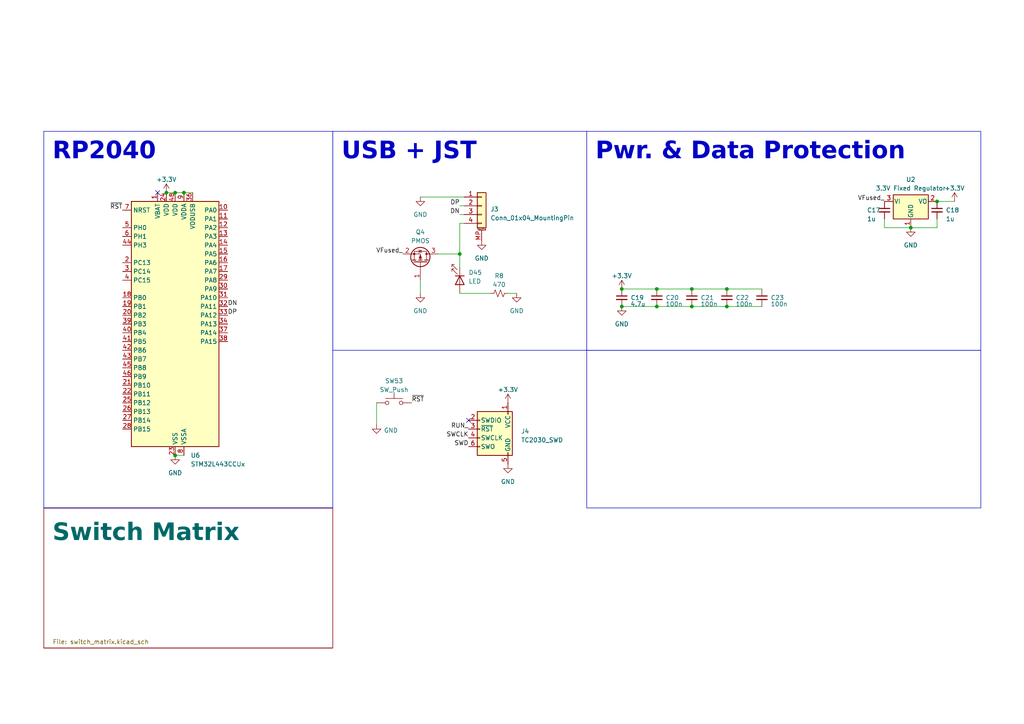
<source format=kicad_sch>
(kicad_sch (version 20230121) (generator eeschema)

  (uuid dea5f69c-d02e-47df-8e1a-a63949fabb21)

  (paper "A4")

  (lib_symbols
    (symbol "Connector_Generic_MountingPin:Conn_01x04_MountingPin" (pin_names (offset 1.016) hide) (in_bom yes) (on_board yes)
      (property "Reference" "J" (at 0 5.08 0)
        (effects (font (size 1.27 1.27)))
      )
      (property "Value" "Conn_01x04_MountingPin" (at 1.27 -7.62 0)
        (effects (font (size 1.27 1.27)) (justify left))
      )
      (property "Footprint" "" (at 0 0 0)
        (effects (font (size 1.27 1.27)) hide)
      )
      (property "Datasheet" "~" (at 0 0 0)
        (effects (font (size 1.27 1.27)) hide)
      )
      (property "ki_keywords" "connector" (at 0 0 0)
        (effects (font (size 1.27 1.27)) hide)
      )
      (property "ki_description" "Generic connectable mounting pin connector, single row, 01x04, script generated (kicad-library-utils/schlib/autogen/connector/)" (at 0 0 0)
        (effects (font (size 1.27 1.27)) hide)
      )
      (property "ki_fp_filters" "Connector*:*_1x??-1MP*" (at 0 0 0)
        (effects (font (size 1.27 1.27)) hide)
      )
      (symbol "Conn_01x04_MountingPin_1_1"
        (rectangle (start -1.27 -4.953) (end 0 -5.207)
          (stroke (width 0.1524) (type default))
          (fill (type none))
        )
        (rectangle (start -1.27 -2.413) (end 0 -2.667)
          (stroke (width 0.1524) (type default))
          (fill (type none))
        )
        (rectangle (start -1.27 0.127) (end 0 -0.127)
          (stroke (width 0.1524) (type default))
          (fill (type none))
        )
        (rectangle (start -1.27 2.667) (end 0 2.413)
          (stroke (width 0.1524) (type default))
          (fill (type none))
        )
        (rectangle (start -1.27 3.81) (end 1.27 -6.35)
          (stroke (width 0.254) (type default))
          (fill (type background))
        )
        (polyline
          (pts
            (xy -1.016 -7.112)
            (xy 1.016 -7.112)
          )
          (stroke (width 0.1524) (type default))
          (fill (type none))
        )
        (text "Mounting" (at 0 -6.731 0)
          (effects (font (size 0.381 0.381)))
        )
        (pin passive line (at -5.08 2.54 0) (length 3.81)
          (name "Pin_1" (effects (font (size 1.27 1.27))))
          (number "1" (effects (font (size 1.27 1.27))))
        )
        (pin passive line (at -5.08 0 0) (length 3.81)
          (name "Pin_2" (effects (font (size 1.27 1.27))))
          (number "2" (effects (font (size 1.27 1.27))))
        )
        (pin passive line (at -5.08 -2.54 0) (length 3.81)
          (name "Pin_3" (effects (font (size 1.27 1.27))))
          (number "3" (effects (font (size 1.27 1.27))))
        )
        (pin passive line (at -5.08 -5.08 0) (length 3.81)
          (name "Pin_4" (effects (font (size 1.27 1.27))))
          (number "4" (effects (font (size 1.27 1.27))))
        )
        (pin passive line (at 0 -10.16 90) (length 3.048)
          (name "MountPin" (effects (font (size 1.27 1.27))))
          (number "MP" (effects (font (size 1.27 1.27))))
        )
      )
    )
    (symbol "Device:C_Small" (pin_numbers hide) (pin_names (offset 0.254) hide) (in_bom yes) (on_board yes)
      (property "Reference" "C" (at 0.254 1.778 0)
        (effects (font (size 1.27 1.27)) (justify left))
      )
      (property "Value" "C_Small" (at 0.254 -2.032 0)
        (effects (font (size 1.27 1.27)) (justify left))
      )
      (property "Footprint" "" (at 0 0 0)
        (effects (font (size 1.27 1.27)) hide)
      )
      (property "Datasheet" "~" (at 0 0 0)
        (effects (font (size 1.27 1.27)) hide)
      )
      (property "ki_keywords" "capacitor cap" (at 0 0 0)
        (effects (font (size 1.27 1.27)) hide)
      )
      (property "ki_description" "Unpolarized capacitor, small symbol" (at 0 0 0)
        (effects (font (size 1.27 1.27)) hide)
      )
      (property "ki_fp_filters" "C_*" (at 0 0 0)
        (effects (font (size 1.27 1.27)) hide)
      )
      (symbol "C_Small_0_1"
        (polyline
          (pts
            (xy -1.524 -0.508)
            (xy 1.524 -0.508)
          )
          (stroke (width 0.3302) (type default))
          (fill (type none))
        )
        (polyline
          (pts
            (xy -1.524 0.508)
            (xy 1.524 0.508)
          )
          (stroke (width 0.3048) (type default))
          (fill (type none))
        )
      )
      (symbol "C_Small_1_1"
        (pin passive line (at 0 2.54 270) (length 2.032)
          (name "~" (effects (font (size 1.27 1.27))))
          (number "1" (effects (font (size 1.27 1.27))))
        )
        (pin passive line (at 0 -2.54 90) (length 2.032)
          (name "~" (effects (font (size 1.27 1.27))))
          (number "2" (effects (font (size 1.27 1.27))))
        )
      )
    )
    (symbol "Device:LED" (pin_numbers hide) (pin_names (offset 1.016) hide) (in_bom yes) (on_board yes)
      (property "Reference" "D" (at 0 2.54 0)
        (effects (font (size 1.27 1.27)))
      )
      (property "Value" "LED" (at 0 -2.54 0)
        (effects (font (size 1.27 1.27)))
      )
      (property "Footprint" "" (at 0 0 0)
        (effects (font (size 1.27 1.27)) hide)
      )
      (property "Datasheet" "~" (at 0 0 0)
        (effects (font (size 1.27 1.27)) hide)
      )
      (property "ki_keywords" "LED diode" (at 0 0 0)
        (effects (font (size 1.27 1.27)) hide)
      )
      (property "ki_description" "Light emitting diode" (at 0 0 0)
        (effects (font (size 1.27 1.27)) hide)
      )
      (property "ki_fp_filters" "LED* LED_SMD:* LED_THT:*" (at 0 0 0)
        (effects (font (size 1.27 1.27)) hide)
      )
      (symbol "LED_0_1"
        (polyline
          (pts
            (xy -1.27 -1.27)
            (xy -1.27 1.27)
          )
          (stroke (width 0.254) (type default))
          (fill (type none))
        )
        (polyline
          (pts
            (xy -1.27 0)
            (xy 1.27 0)
          )
          (stroke (width 0) (type default))
          (fill (type none))
        )
        (polyline
          (pts
            (xy 1.27 -1.27)
            (xy 1.27 1.27)
            (xy -1.27 0)
            (xy 1.27 -1.27)
          )
          (stroke (width 0.254) (type default))
          (fill (type none))
        )
        (polyline
          (pts
            (xy -3.048 -0.762)
            (xy -4.572 -2.286)
            (xy -3.81 -2.286)
            (xy -4.572 -2.286)
            (xy -4.572 -1.524)
          )
          (stroke (width 0) (type default))
          (fill (type none))
        )
        (polyline
          (pts
            (xy -1.778 -0.762)
            (xy -3.302 -2.286)
            (xy -2.54 -2.286)
            (xy -3.302 -2.286)
            (xy -3.302 -1.524)
          )
          (stroke (width 0) (type default))
          (fill (type none))
        )
      )
      (symbol "LED_1_1"
        (pin passive line (at -3.81 0 0) (length 2.54)
          (name "K" (effects (font (size 1.27 1.27))))
          (number "1" (effects (font (size 1.27 1.27))))
        )
        (pin passive line (at 3.81 0 180) (length 2.54)
          (name "A" (effects (font (size 1.27 1.27))))
          (number "2" (effects (font (size 1.27 1.27))))
        )
      )
    )
    (symbol "Device:Q_PMOS_GSD" (pin_names (offset 0) hide) (in_bom yes) (on_board yes)
      (property "Reference" "Q" (at 5.08 1.27 0)
        (effects (font (size 1.27 1.27)) (justify left))
      )
      (property "Value" "Q_PMOS_GSD" (at 5.08 -1.27 0)
        (effects (font (size 1.27 1.27)) (justify left))
      )
      (property "Footprint" "" (at 5.08 2.54 0)
        (effects (font (size 1.27 1.27)) hide)
      )
      (property "Datasheet" "~" (at 0 0 0)
        (effects (font (size 1.27 1.27)) hide)
      )
      (property "ki_keywords" "transistor PMOS P-MOS P-MOSFET" (at 0 0 0)
        (effects (font (size 1.27 1.27)) hide)
      )
      (property "ki_description" "P-MOSFET transistor, gate/source/drain" (at 0 0 0)
        (effects (font (size 1.27 1.27)) hide)
      )
      (symbol "Q_PMOS_GSD_0_1"
        (polyline
          (pts
            (xy 0.254 0)
            (xy -2.54 0)
          )
          (stroke (width 0) (type default))
          (fill (type none))
        )
        (polyline
          (pts
            (xy 0.254 1.905)
            (xy 0.254 -1.905)
          )
          (stroke (width 0.254) (type default))
          (fill (type none))
        )
        (polyline
          (pts
            (xy 0.762 -1.27)
            (xy 0.762 -2.286)
          )
          (stroke (width 0.254) (type default))
          (fill (type none))
        )
        (polyline
          (pts
            (xy 0.762 0.508)
            (xy 0.762 -0.508)
          )
          (stroke (width 0.254) (type default))
          (fill (type none))
        )
        (polyline
          (pts
            (xy 0.762 2.286)
            (xy 0.762 1.27)
          )
          (stroke (width 0.254) (type default))
          (fill (type none))
        )
        (polyline
          (pts
            (xy 2.54 2.54)
            (xy 2.54 1.778)
          )
          (stroke (width 0) (type default))
          (fill (type none))
        )
        (polyline
          (pts
            (xy 2.54 -2.54)
            (xy 2.54 0)
            (xy 0.762 0)
          )
          (stroke (width 0) (type default))
          (fill (type none))
        )
        (polyline
          (pts
            (xy 0.762 1.778)
            (xy 3.302 1.778)
            (xy 3.302 -1.778)
            (xy 0.762 -1.778)
          )
          (stroke (width 0) (type default))
          (fill (type none))
        )
        (polyline
          (pts
            (xy 2.286 0)
            (xy 1.27 0.381)
            (xy 1.27 -0.381)
            (xy 2.286 0)
          )
          (stroke (width 0) (type default))
          (fill (type outline))
        )
        (polyline
          (pts
            (xy 2.794 -0.508)
            (xy 2.921 -0.381)
            (xy 3.683 -0.381)
            (xy 3.81 -0.254)
          )
          (stroke (width 0) (type default))
          (fill (type none))
        )
        (polyline
          (pts
            (xy 3.302 -0.381)
            (xy 2.921 0.254)
            (xy 3.683 0.254)
            (xy 3.302 -0.381)
          )
          (stroke (width 0) (type default))
          (fill (type none))
        )
        (circle (center 1.651 0) (radius 2.794)
          (stroke (width 0.254) (type default))
          (fill (type none))
        )
        (circle (center 2.54 -1.778) (radius 0.254)
          (stroke (width 0) (type default))
          (fill (type outline))
        )
        (circle (center 2.54 1.778) (radius 0.254)
          (stroke (width 0) (type default))
          (fill (type outline))
        )
      )
      (symbol "Q_PMOS_GSD_1_1"
        (pin input line (at -5.08 0 0) (length 2.54)
          (name "G" (effects (font (size 1.27 1.27))))
          (number "1" (effects (font (size 1.27 1.27))))
        )
        (pin passive line (at 2.54 -5.08 90) (length 2.54)
          (name "S" (effects (font (size 1.27 1.27))))
          (number "2" (effects (font (size 1.27 1.27))))
        )
        (pin passive line (at 2.54 5.08 270) (length 2.54)
          (name "D" (effects (font (size 1.27 1.27))))
          (number "3" (effects (font (size 1.27 1.27))))
        )
      )
    )
    (symbol "Device:R_Small_US" (pin_numbers hide) (pin_names (offset 0.254) hide) (in_bom yes) (on_board yes)
      (property "Reference" "R" (at 0.762 0.508 0)
        (effects (font (size 1.27 1.27)) (justify left))
      )
      (property "Value" "R_Small_US" (at 0.762 -1.016 0)
        (effects (font (size 1.27 1.27)) (justify left))
      )
      (property "Footprint" "" (at 0 0 0)
        (effects (font (size 1.27 1.27)) hide)
      )
      (property "Datasheet" "~" (at 0 0 0)
        (effects (font (size 1.27 1.27)) hide)
      )
      (property "ki_keywords" "r resistor" (at 0 0 0)
        (effects (font (size 1.27 1.27)) hide)
      )
      (property "ki_description" "Resistor, small US symbol" (at 0 0 0)
        (effects (font (size 1.27 1.27)) hide)
      )
      (property "ki_fp_filters" "R_*" (at 0 0 0)
        (effects (font (size 1.27 1.27)) hide)
      )
      (symbol "R_Small_US_1_1"
        (polyline
          (pts
            (xy 0 0)
            (xy 1.016 -0.381)
            (xy 0 -0.762)
            (xy -1.016 -1.143)
            (xy 0 -1.524)
          )
          (stroke (width 0) (type default))
          (fill (type none))
        )
        (polyline
          (pts
            (xy 0 1.524)
            (xy 1.016 1.143)
            (xy 0 0.762)
            (xy -1.016 0.381)
            (xy 0 0)
          )
          (stroke (width 0) (type default))
          (fill (type none))
        )
        (pin passive line (at 0 2.54 270) (length 1.016)
          (name "~" (effects (font (size 1.27 1.27))))
          (number "1" (effects (font (size 1.27 1.27))))
        )
        (pin passive line (at 0 -2.54 90) (length 1.016)
          (name "~" (effects (font (size 1.27 1.27))))
          (number "2" (effects (font (size 1.27 1.27))))
        )
      )
    )
    (symbol "MCU_ST_STM32L4:STM32L443CCUx" (in_bom yes) (on_board yes)
      (property "Reference" "U" (at -12.7 36.83 0)
        (effects (font (size 1.27 1.27)) (justify left))
      )
      (property "Value" "STM32L443CCUx" (at 7.62 36.83 0)
        (effects (font (size 1.27 1.27)) (justify left))
      )
      (property "Footprint" "Package_DFN_QFN:QFN-48-1EP_7x7mm_P0.5mm_EP5.6x5.6mm" (at -12.7 -35.56 0)
        (effects (font (size 1.27 1.27)) (justify right) hide)
      )
      (property "Datasheet" "https://www.st.com/resource/en/datasheet/stm32l443cc.pdf" (at 0 0 0)
        (effects (font (size 1.27 1.27)) hide)
      )
      (property "ki_locked" "" (at 0 0 0)
        (effects (font (size 1.27 1.27)))
      )
      (property "ki_keywords" "Arm Cortex-M4 STM32L4 STM32L4x3" (at 0 0 0)
        (effects (font (size 1.27 1.27)) hide)
      )
      (property "ki_description" "STMicroelectronics Arm Cortex-M4 MCU, 256KB flash, 64KB RAM, 80 MHz, 1.71-3.6V, 38 GPIO, UFQFPN48" (at 0 0 0)
        (effects (font (size 1.27 1.27)) hide)
      )
      (property "ki_fp_filters" "QFN*1EP*7x7mm*P0.5mm*" (at 0 0 0)
        (effects (font (size 1.27 1.27)) hide)
      )
      (symbol "STM32L443CCUx_0_1"
        (rectangle (start -12.7 -35.56) (end 12.7 35.56)
          (stroke (width 0.254) (type default))
          (fill (type background))
        )
      )
      (symbol "STM32L443CCUx_1_1"
        (pin power_in line (at -5.08 38.1 270) (length 2.54)
          (name "VBAT" (effects (font (size 1.27 1.27))))
          (number "1" (effects (font (size 1.27 1.27))))
        )
        (pin bidirectional line (at 15.24 33.02 180) (length 2.54)
          (name "PA0" (effects (font (size 1.27 1.27))))
          (number "10" (effects (font (size 1.27 1.27))))
          (alternate "ADC1_IN5" bidirectional line)
          (alternate "COMP1_INM" bidirectional line)
          (alternate "COMP1_OUT" bidirectional line)
          (alternate "OPAMP1_VINP" bidirectional line)
          (alternate "RTC_TAMP2" bidirectional line)
          (alternate "SAI1_EXTCLK" bidirectional line)
          (alternate "SYS_WKUP1" bidirectional line)
          (alternate "TIM2_CH1" bidirectional line)
          (alternate "TIM2_ETR" bidirectional line)
          (alternate "USART2_CTS" bidirectional line)
        )
        (pin bidirectional line (at 15.24 30.48 180) (length 2.54)
          (name "PA1" (effects (font (size 1.27 1.27))))
          (number "11" (effects (font (size 1.27 1.27))))
          (alternate "ADC1_IN6" bidirectional line)
          (alternate "COMP1_INP" bidirectional line)
          (alternate "I2C1_SMBA" bidirectional line)
          (alternate "LCD_SEG0" bidirectional line)
          (alternate "OPAMP1_VINM" bidirectional line)
          (alternate "SPI1_SCK" bidirectional line)
          (alternate "TIM15_CH1N" bidirectional line)
          (alternate "TIM2_CH2" bidirectional line)
          (alternate "USART2_DE" bidirectional line)
          (alternate "USART2_RTS" bidirectional line)
        )
        (pin bidirectional line (at 15.24 27.94 180) (length 2.54)
          (name "PA2" (effects (font (size 1.27 1.27))))
          (number "12" (effects (font (size 1.27 1.27))))
          (alternate "ADC1_IN7" bidirectional line)
          (alternate "COMP2_INM" bidirectional line)
          (alternate "COMP2_OUT" bidirectional line)
          (alternate "LCD_SEG1" bidirectional line)
          (alternate "LPUART1_TX" bidirectional line)
          (alternate "QUADSPI_BK1_NCS" bidirectional line)
          (alternate "RCC_LSCO" bidirectional line)
          (alternate "SYS_WKUP4" bidirectional line)
          (alternate "TIM15_CH1" bidirectional line)
          (alternate "TIM2_CH3" bidirectional line)
          (alternate "USART2_TX" bidirectional line)
        )
        (pin bidirectional line (at 15.24 25.4 180) (length 2.54)
          (name "PA3" (effects (font (size 1.27 1.27))))
          (number "13" (effects (font (size 1.27 1.27))))
          (alternate "ADC1_IN8" bidirectional line)
          (alternate "COMP2_INP" bidirectional line)
          (alternate "LCD_SEG2" bidirectional line)
          (alternate "LPUART1_RX" bidirectional line)
          (alternate "OPAMP1_VOUT" bidirectional line)
          (alternate "QUADSPI_CLK" bidirectional line)
          (alternate "SAI1_MCLK_A" bidirectional line)
          (alternate "TIM15_CH2" bidirectional line)
          (alternate "TIM2_CH4" bidirectional line)
          (alternate "USART2_RX" bidirectional line)
        )
        (pin bidirectional line (at 15.24 22.86 180) (length 2.54)
          (name "PA4" (effects (font (size 1.27 1.27))))
          (number "14" (effects (font (size 1.27 1.27))))
          (alternate "ADC1_IN9" bidirectional line)
          (alternate "COMP1_INM" bidirectional line)
          (alternate "COMP2_INM" bidirectional line)
          (alternate "DAC1_OUT1" bidirectional line)
          (alternate "LPTIM2_OUT" bidirectional line)
          (alternate "SAI1_FS_B" bidirectional line)
          (alternate "SPI1_NSS" bidirectional line)
          (alternate "SPI3_NSS" bidirectional line)
          (alternate "USART2_CK" bidirectional line)
        )
        (pin bidirectional line (at 15.24 20.32 180) (length 2.54)
          (name "PA5" (effects (font (size 1.27 1.27))))
          (number "15" (effects (font (size 1.27 1.27))))
          (alternate "ADC1_IN10" bidirectional line)
          (alternate "COMP1_INM" bidirectional line)
          (alternate "COMP2_INM" bidirectional line)
          (alternate "DAC1_OUT2" bidirectional line)
          (alternate "LPTIM2_ETR" bidirectional line)
          (alternate "SPI1_SCK" bidirectional line)
          (alternate "TIM2_CH1" bidirectional line)
          (alternate "TIM2_ETR" bidirectional line)
        )
        (pin bidirectional line (at 15.24 17.78 180) (length 2.54)
          (name "PA6" (effects (font (size 1.27 1.27))))
          (number "16" (effects (font (size 1.27 1.27))))
          (alternate "ADC1_IN11" bidirectional line)
          (alternate "COMP1_OUT" bidirectional line)
          (alternate "LCD_SEG3" bidirectional line)
          (alternate "LPUART1_CTS" bidirectional line)
          (alternate "QUADSPI_BK1_IO3" bidirectional line)
          (alternate "SPI1_MISO" bidirectional line)
          (alternate "TIM16_CH1" bidirectional line)
          (alternate "TIM1_BKIN" bidirectional line)
          (alternate "TIM1_BKIN_COMP2" bidirectional line)
          (alternate "USART3_CTS" bidirectional line)
        )
        (pin bidirectional line (at 15.24 15.24 180) (length 2.54)
          (name "PA7" (effects (font (size 1.27 1.27))))
          (number "17" (effects (font (size 1.27 1.27))))
          (alternate "ADC1_IN12" bidirectional line)
          (alternate "COMP2_OUT" bidirectional line)
          (alternate "I2C3_SCL" bidirectional line)
          (alternate "LCD_SEG4" bidirectional line)
          (alternate "QUADSPI_BK1_IO2" bidirectional line)
          (alternate "SPI1_MOSI" bidirectional line)
          (alternate "TIM1_CH1N" bidirectional line)
        )
        (pin bidirectional line (at -15.24 7.62 0) (length 2.54)
          (name "PB0" (effects (font (size 1.27 1.27))))
          (number "18" (effects (font (size 1.27 1.27))))
          (alternate "ADC1_IN15" bidirectional line)
          (alternate "COMP1_OUT" bidirectional line)
          (alternate "LCD_SEG5" bidirectional line)
          (alternate "QUADSPI_BK1_IO1" bidirectional line)
          (alternate "SAI1_EXTCLK" bidirectional line)
          (alternate "SPI1_NSS" bidirectional line)
          (alternate "TIM1_CH2N" bidirectional line)
          (alternate "USART3_CK" bidirectional line)
        )
        (pin bidirectional line (at -15.24 5.08 0) (length 2.54)
          (name "PB1" (effects (font (size 1.27 1.27))))
          (number "19" (effects (font (size 1.27 1.27))))
          (alternate "ADC1_IN16" bidirectional line)
          (alternate "COMP1_INM" bidirectional line)
          (alternate "LCD_SEG6" bidirectional line)
          (alternate "LPTIM2_IN1" bidirectional line)
          (alternate "LPUART1_DE" bidirectional line)
          (alternate "LPUART1_RTS" bidirectional line)
          (alternate "QUADSPI_BK1_IO0" bidirectional line)
          (alternate "TIM1_CH3N" bidirectional line)
          (alternate "USART3_DE" bidirectional line)
          (alternate "USART3_RTS" bidirectional line)
        )
        (pin bidirectional line (at -15.24 17.78 0) (length 2.54)
          (name "PC13" (effects (font (size 1.27 1.27))))
          (number "2" (effects (font (size 1.27 1.27))))
          (alternate "RTC_OUT_ALARM" bidirectional line)
          (alternate "RTC_OUT_CALIB" bidirectional line)
          (alternate "RTC_TAMP1" bidirectional line)
          (alternate "RTC_TS" bidirectional line)
          (alternate "SYS_WKUP2" bidirectional line)
        )
        (pin bidirectional line (at -15.24 2.54 0) (length 2.54)
          (name "PB2" (effects (font (size 1.27 1.27))))
          (number "20" (effects (font (size 1.27 1.27))))
          (alternate "COMP1_INP" bidirectional line)
          (alternate "I2C3_SMBA" bidirectional line)
          (alternate "LCD_VLCD" bidirectional line)
          (alternate "LPTIM1_OUT" bidirectional line)
          (alternate "RTC_OUT_ALARM" bidirectional line)
          (alternate "RTC_OUT_CALIB" bidirectional line)
        )
        (pin bidirectional line (at -15.24 -17.78 0) (length 2.54)
          (name "PB10" (effects (font (size 1.27 1.27))))
          (number "21" (effects (font (size 1.27 1.27))))
          (alternate "COMP1_OUT" bidirectional line)
          (alternate "I2C2_SCL" bidirectional line)
          (alternate "LCD_SEG10" bidirectional line)
          (alternate "LPUART1_RX" bidirectional line)
          (alternate "QUADSPI_CLK" bidirectional line)
          (alternate "SAI1_SCK_A" bidirectional line)
          (alternate "SPI2_SCK" bidirectional line)
          (alternate "TIM2_CH3" bidirectional line)
          (alternate "TSC_SYNC" bidirectional line)
          (alternate "USART3_TX" bidirectional line)
        )
        (pin bidirectional line (at -15.24 -20.32 0) (length 2.54)
          (name "PB11" (effects (font (size 1.27 1.27))))
          (number "22" (effects (font (size 1.27 1.27))))
          (alternate "ADC1_EXTI11" bidirectional line)
          (alternate "COMP2_OUT" bidirectional line)
          (alternate "I2C2_SDA" bidirectional line)
          (alternate "LCD_SEG11" bidirectional line)
          (alternate "LPUART1_TX" bidirectional line)
          (alternate "QUADSPI_BK1_NCS" bidirectional line)
          (alternate "TIM2_CH4" bidirectional line)
          (alternate "USART3_RX" bidirectional line)
        )
        (pin power_in line (at 0 -38.1 90) (length 2.54)
          (name "VSS" (effects (font (size 1.27 1.27))))
          (number "23" (effects (font (size 1.27 1.27))))
        )
        (pin power_in line (at -2.54 38.1 270) (length 2.54)
          (name "VDD" (effects (font (size 1.27 1.27))))
          (number "24" (effects (font (size 1.27 1.27))))
        )
        (pin bidirectional line (at -15.24 -22.86 0) (length 2.54)
          (name "PB12" (effects (font (size 1.27 1.27))))
          (number "25" (effects (font (size 1.27 1.27))))
          (alternate "I2C2_SMBA" bidirectional line)
          (alternate "LCD_SEG12" bidirectional line)
          (alternate "LPUART1_DE" bidirectional line)
          (alternate "LPUART1_RTS" bidirectional line)
          (alternate "SAI1_FS_A" bidirectional line)
          (alternate "SPI2_NSS" bidirectional line)
          (alternate "SWPMI1_IO" bidirectional line)
          (alternate "TIM15_BKIN" bidirectional line)
          (alternate "TIM1_BKIN" bidirectional line)
          (alternate "TIM1_BKIN_COMP2" bidirectional line)
          (alternate "TSC_G1_IO1" bidirectional line)
          (alternate "USART3_CK" bidirectional line)
        )
        (pin bidirectional line (at -15.24 -25.4 0) (length 2.54)
          (name "PB13" (effects (font (size 1.27 1.27))))
          (number "26" (effects (font (size 1.27 1.27))))
          (alternate "I2C2_SCL" bidirectional line)
          (alternate "LCD_SEG13" bidirectional line)
          (alternate "LPUART1_CTS" bidirectional line)
          (alternate "SAI1_SCK_A" bidirectional line)
          (alternate "SPI2_SCK" bidirectional line)
          (alternate "SWPMI1_TX" bidirectional line)
          (alternate "TIM15_CH1N" bidirectional line)
          (alternate "TIM1_CH1N" bidirectional line)
          (alternate "TSC_G1_IO2" bidirectional line)
          (alternate "USART3_CTS" bidirectional line)
        )
        (pin bidirectional line (at -15.24 -27.94 0) (length 2.54)
          (name "PB14" (effects (font (size 1.27 1.27))))
          (number "27" (effects (font (size 1.27 1.27))))
          (alternate "I2C2_SDA" bidirectional line)
          (alternate "LCD_SEG14" bidirectional line)
          (alternate "SAI1_MCLK_A" bidirectional line)
          (alternate "SPI2_MISO" bidirectional line)
          (alternate "SWPMI1_RX" bidirectional line)
          (alternate "TIM15_CH1" bidirectional line)
          (alternate "TIM1_CH2N" bidirectional line)
          (alternate "TSC_G1_IO3" bidirectional line)
          (alternate "USART3_DE" bidirectional line)
          (alternate "USART3_RTS" bidirectional line)
        )
        (pin bidirectional line (at -15.24 -30.48 0) (length 2.54)
          (name "PB15" (effects (font (size 1.27 1.27))))
          (number "28" (effects (font (size 1.27 1.27))))
          (alternate "ADC1_EXTI15" bidirectional line)
          (alternate "LCD_SEG15" bidirectional line)
          (alternate "RTC_REFIN" bidirectional line)
          (alternate "SAI1_SD_A" bidirectional line)
          (alternate "SPI2_MOSI" bidirectional line)
          (alternate "SWPMI1_SUSPEND" bidirectional line)
          (alternate "TIM15_CH2" bidirectional line)
          (alternate "TIM1_CH3N" bidirectional line)
          (alternate "TSC_G1_IO4" bidirectional line)
        )
        (pin bidirectional line (at 15.24 12.7 180) (length 2.54)
          (name "PA8" (effects (font (size 1.27 1.27))))
          (number "29" (effects (font (size 1.27 1.27))))
          (alternate "LCD_COM0" bidirectional line)
          (alternate "LPTIM2_OUT" bidirectional line)
          (alternate "RCC_MCO" bidirectional line)
          (alternate "SAI1_SCK_A" bidirectional line)
          (alternate "SWPMI1_IO" bidirectional line)
          (alternate "TIM1_CH1" bidirectional line)
          (alternate "USART1_CK" bidirectional line)
        )
        (pin bidirectional line (at -15.24 15.24 0) (length 2.54)
          (name "PC14" (effects (font (size 1.27 1.27))))
          (number "3" (effects (font (size 1.27 1.27))))
          (alternate "RCC_OSC32_IN" bidirectional line)
        )
        (pin bidirectional line (at 15.24 10.16 180) (length 2.54)
          (name "PA9" (effects (font (size 1.27 1.27))))
          (number "30" (effects (font (size 1.27 1.27))))
          (alternate "DAC1_EXTI9" bidirectional line)
          (alternate "I2C1_SCL" bidirectional line)
          (alternate "LCD_COM1" bidirectional line)
          (alternate "SAI1_FS_A" bidirectional line)
          (alternate "TIM15_BKIN" bidirectional line)
          (alternate "TIM1_CH2" bidirectional line)
          (alternate "USART1_TX" bidirectional line)
        )
        (pin bidirectional line (at 15.24 7.62 180) (length 2.54)
          (name "PA10" (effects (font (size 1.27 1.27))))
          (number "31" (effects (font (size 1.27 1.27))))
          (alternate "CRS_SYNC" bidirectional line)
          (alternate "I2C1_SDA" bidirectional line)
          (alternate "LCD_COM2" bidirectional line)
          (alternate "SAI1_SD_A" bidirectional line)
          (alternate "TIM1_CH3" bidirectional line)
          (alternate "USART1_RX" bidirectional line)
        )
        (pin bidirectional line (at 15.24 5.08 180) (length 2.54)
          (name "PA11" (effects (font (size 1.27 1.27))))
          (number "32" (effects (font (size 1.27 1.27))))
          (alternate "ADC1_EXTI11" bidirectional line)
          (alternate "CAN1_RX" bidirectional line)
          (alternate "COMP1_OUT" bidirectional line)
          (alternate "SPI1_MISO" bidirectional line)
          (alternate "TIM1_BKIN2" bidirectional line)
          (alternate "TIM1_BKIN2_COMP1" bidirectional line)
          (alternate "TIM1_CH4" bidirectional line)
          (alternate "USART1_CTS" bidirectional line)
          (alternate "USB_DM" bidirectional line)
        )
        (pin bidirectional line (at 15.24 2.54 180) (length 2.54)
          (name "PA12" (effects (font (size 1.27 1.27))))
          (number "33" (effects (font (size 1.27 1.27))))
          (alternate "CAN1_TX" bidirectional line)
          (alternate "SPI1_MOSI" bidirectional line)
          (alternate "TIM1_ETR" bidirectional line)
          (alternate "USART1_DE" bidirectional line)
          (alternate "USART1_RTS" bidirectional line)
          (alternate "USB_DP" bidirectional line)
        )
        (pin bidirectional line (at 15.24 0 180) (length 2.54)
          (name "PA13" (effects (font (size 1.27 1.27))))
          (number "34" (effects (font (size 1.27 1.27))))
          (alternate "IR_OUT" bidirectional line)
          (alternate "SAI1_SD_B" bidirectional line)
          (alternate "SWPMI1_TX" bidirectional line)
          (alternate "SYS_JTMS-SWDIO" bidirectional line)
          (alternate "USB_NOE" bidirectional line)
        )
        (pin passive line (at 0 -38.1 90) (length 2.54) hide
          (name "VSS" (effects (font (size 1.27 1.27))))
          (number "35" (effects (font (size 1.27 1.27))))
        )
        (pin power_in line (at 5.08 38.1 270) (length 2.54)
          (name "VDDUSB" (effects (font (size 1.27 1.27))))
          (number "36" (effects (font (size 1.27 1.27))))
        )
        (pin bidirectional line (at 15.24 -2.54 180) (length 2.54)
          (name "PA14" (effects (font (size 1.27 1.27))))
          (number "37" (effects (font (size 1.27 1.27))))
          (alternate "I2C1_SMBA" bidirectional line)
          (alternate "LPTIM1_OUT" bidirectional line)
          (alternate "SAI1_FS_B" bidirectional line)
          (alternate "SWPMI1_RX" bidirectional line)
          (alternate "SYS_JTCK-SWCLK" bidirectional line)
        )
        (pin bidirectional line (at 15.24 -5.08 180) (length 2.54)
          (name "PA15" (effects (font (size 1.27 1.27))))
          (number "38" (effects (font (size 1.27 1.27))))
          (alternate "ADC1_EXTI15" bidirectional line)
          (alternate "LCD_SEG17" bidirectional line)
          (alternate "SPI1_NSS" bidirectional line)
          (alternate "SPI3_NSS" bidirectional line)
          (alternate "SWPMI1_SUSPEND" bidirectional line)
          (alternate "SYS_JTDI" bidirectional line)
          (alternate "TIM2_CH1" bidirectional line)
          (alternate "TIM2_ETR" bidirectional line)
          (alternate "USART2_RX" bidirectional line)
          (alternate "USART3_DE" bidirectional line)
          (alternate "USART3_RTS" bidirectional line)
        )
        (pin bidirectional line (at -15.24 0 0) (length 2.54)
          (name "PB3" (effects (font (size 1.27 1.27))))
          (number "39" (effects (font (size 1.27 1.27))))
          (alternate "COMP2_INM" bidirectional line)
          (alternate "LCD_SEG7" bidirectional line)
          (alternate "SAI1_SCK_B" bidirectional line)
          (alternate "SPI1_SCK" bidirectional line)
          (alternate "SPI3_SCK" bidirectional line)
          (alternate "SYS_JTDO-SWO" bidirectional line)
          (alternate "TIM2_CH2" bidirectional line)
          (alternate "USART1_DE" bidirectional line)
          (alternate "USART1_RTS" bidirectional line)
        )
        (pin bidirectional line (at -15.24 12.7 0) (length 2.54)
          (name "PC15" (effects (font (size 1.27 1.27))))
          (number "4" (effects (font (size 1.27 1.27))))
          (alternate "ADC1_EXTI15" bidirectional line)
          (alternate "RCC_OSC32_OUT" bidirectional line)
        )
        (pin bidirectional line (at -15.24 -2.54 0) (length 2.54)
          (name "PB4" (effects (font (size 1.27 1.27))))
          (number "40" (effects (font (size 1.27 1.27))))
          (alternate "COMP2_INP" bidirectional line)
          (alternate "I2C3_SDA" bidirectional line)
          (alternate "LCD_SEG8" bidirectional line)
          (alternate "SAI1_MCLK_B" bidirectional line)
          (alternate "SPI1_MISO" bidirectional line)
          (alternate "SPI3_MISO" bidirectional line)
          (alternate "SYS_JTRST" bidirectional line)
          (alternate "TSC_G2_IO1" bidirectional line)
          (alternate "USART1_CTS" bidirectional line)
        )
        (pin bidirectional line (at -15.24 -5.08 0) (length 2.54)
          (name "PB5" (effects (font (size 1.27 1.27))))
          (number "41" (effects (font (size 1.27 1.27))))
          (alternate "COMP2_OUT" bidirectional line)
          (alternate "I2C1_SMBA" bidirectional line)
          (alternate "LCD_SEG9" bidirectional line)
          (alternate "LPTIM1_IN1" bidirectional line)
          (alternate "SAI1_SD_B" bidirectional line)
          (alternate "SPI1_MOSI" bidirectional line)
          (alternate "SPI3_MOSI" bidirectional line)
          (alternate "TIM16_BKIN" bidirectional line)
          (alternate "TSC_G2_IO2" bidirectional line)
          (alternate "USART1_CK" bidirectional line)
        )
        (pin bidirectional line (at -15.24 -7.62 0) (length 2.54)
          (name "PB6" (effects (font (size 1.27 1.27))))
          (number "42" (effects (font (size 1.27 1.27))))
          (alternate "COMP2_INP" bidirectional line)
          (alternate "I2C1_SCL" bidirectional line)
          (alternate "LPTIM1_ETR" bidirectional line)
          (alternate "SAI1_FS_B" bidirectional line)
          (alternate "TIM16_CH1N" bidirectional line)
          (alternate "TSC_G2_IO3" bidirectional line)
          (alternate "USART1_TX" bidirectional line)
        )
        (pin bidirectional line (at -15.24 -10.16 0) (length 2.54)
          (name "PB7" (effects (font (size 1.27 1.27))))
          (number "43" (effects (font (size 1.27 1.27))))
          (alternate "COMP2_INM" bidirectional line)
          (alternate "I2C1_SDA" bidirectional line)
          (alternate "LCD_SEG21" bidirectional line)
          (alternate "LPTIM1_IN2" bidirectional line)
          (alternate "SYS_PVD_IN" bidirectional line)
          (alternate "TSC_G2_IO4" bidirectional line)
          (alternate "USART1_RX" bidirectional line)
        )
        (pin bidirectional line (at -15.24 22.86 0) (length 2.54)
          (name "PH3" (effects (font (size 1.27 1.27))))
          (number "44" (effects (font (size 1.27 1.27))))
        )
        (pin bidirectional line (at -15.24 -12.7 0) (length 2.54)
          (name "PB8" (effects (font (size 1.27 1.27))))
          (number "45" (effects (font (size 1.27 1.27))))
          (alternate "CAN1_RX" bidirectional line)
          (alternate "I2C1_SCL" bidirectional line)
          (alternate "LCD_SEG16" bidirectional line)
          (alternate "SAI1_MCLK_A" bidirectional line)
          (alternate "TIM16_CH1" bidirectional line)
        )
        (pin bidirectional line (at -15.24 -15.24 0) (length 2.54)
          (name "PB9" (effects (font (size 1.27 1.27))))
          (number "46" (effects (font (size 1.27 1.27))))
          (alternate "CAN1_TX" bidirectional line)
          (alternate "DAC1_EXTI9" bidirectional line)
          (alternate "I2C1_SDA" bidirectional line)
          (alternate "IR_OUT" bidirectional line)
          (alternate "LCD_COM3" bidirectional line)
          (alternate "SAI1_FS_A" bidirectional line)
          (alternate "SPI2_NSS" bidirectional line)
        )
        (pin passive line (at 0 -38.1 90) (length 2.54) hide
          (name "VSS" (effects (font (size 1.27 1.27))))
          (number "47" (effects (font (size 1.27 1.27))))
        )
        (pin power_in line (at 0 38.1 270) (length 2.54)
          (name "VDD" (effects (font (size 1.27 1.27))))
          (number "48" (effects (font (size 1.27 1.27))))
        )
        (pin passive line (at 0 -38.1 90) (length 2.54) hide
          (name "VSS" (effects (font (size 1.27 1.27))))
          (number "49" (effects (font (size 1.27 1.27))))
        )
        (pin bidirectional line (at -15.24 27.94 0) (length 2.54)
          (name "PH0" (effects (font (size 1.27 1.27))))
          (number "5" (effects (font (size 1.27 1.27))))
          (alternate "RCC_OSC_IN" bidirectional line)
        )
        (pin bidirectional line (at -15.24 25.4 0) (length 2.54)
          (name "PH1" (effects (font (size 1.27 1.27))))
          (number "6" (effects (font (size 1.27 1.27))))
          (alternate "RCC_OSC_OUT" bidirectional line)
        )
        (pin input line (at -15.24 33.02 0) (length 2.54)
          (name "NRST" (effects (font (size 1.27 1.27))))
          (number "7" (effects (font (size 1.27 1.27))))
        )
        (pin power_in line (at 2.54 -38.1 90) (length 2.54)
          (name "VSSA" (effects (font (size 1.27 1.27))))
          (number "8" (effects (font (size 1.27 1.27))))
        )
        (pin power_in line (at 2.54 38.1 270) (length 2.54)
          (name "VDDA" (effects (font (size 1.27 1.27))))
          (number "9" (effects (font (size 1.27 1.27))))
        )
      )
    )
    (symbol "PCM_marbastlib-various:TC2030_SWD" (pin_names (offset 1.016)) (in_bom yes) (on_board yes)
      (property "Reference" "J" (at -3.81 -6.35 0)
        (effects (font (size 1.27 1.27)) (justify left))
      )
      (property "Value" "TC2030_SWD" (at -10.16 8.89 0)
        (effects (font (size 1.27 1.27)) (justify left))
      )
      (property "Footprint" "PCM_marbastlib-various:CON_TC2030_outlined" (at 10.16 1.27 90)
        (effects (font (size 1.27 1.27)) hide)
      )
      (property "Datasheet" " ~" (at -32.385 -13.97 0)
        (effects (font (size 1.27 1.27)) hide)
      )
      (property "ki_keywords" "JTAG ARM SWD connector tag connect tc 2030" (at 0 0 0)
        (effects (font (size 1.27 1.27)) hide)
      )
      (property "ki_description" "6-pin TC2030 connector for SWD programming" (at 0 0 0)
        (effects (font (size 1.27 1.27)) hide)
      )
      (property "ki_fp_filters" "IDC?Header*2x03* Pin?Header*2x03*" (at 0 0 0)
        (effects (font (size 1.27 1.27)) hide)
      )
      (symbol "TC2030_SWD_0_1"
        (rectangle (start -3.81 7.62) (end 6.35 -5.08)
          (stroke (width 0.254) (type default))
          (fill (type background))
        )
        (rectangle (start -3.048 -2.667) (end -3.81 -2.413)
          (stroke (width 0) (type default))
          (fill (type none))
        )
        (rectangle (start -3.048 -0.127) (end -3.81 0.127)
          (stroke (width 0) (type default))
          (fill (type none))
        )
        (rectangle (start -3.048 2.413) (end -3.81 2.667)
          (stroke (width 0) (type default))
          (fill (type none))
        )
        (rectangle (start -3.048 4.953) (end -3.81 5.207)
          (stroke (width 0) (type default))
          (fill (type none))
        )
        (rectangle (start 4.953 -5.08) (end 5.207 -4.318)
          (stroke (width 0) (type default))
          (fill (type none))
        )
        (rectangle (start 4.953 6.858) (end 5.207 7.62)
          (stroke (width 0) (type default))
          (fill (type none))
        )
      )
      (symbol "TC2030_SWD_1_1"
        (pin passive line (at 5.08 10.16 270) (length 2.54)
          (name "VCC" (effects (font (size 1.27 1.27))))
          (number "1" (effects (font (size 1.27 1.27))))
        )
        (pin passive line (at -6.35 5.08 0) (length 2.54)
          (name "SWDIO" (effects (font (size 1.27 1.27))))
          (number "2" (effects (font (size 1.27 1.27))))
        )
        (pin passive line (at -6.35 2.54 0) (length 2.54)
          (name "~{RST}" (effects (font (size 1.27 1.27))))
          (number "3" (effects (font (size 1.27 1.27))))
        )
        (pin passive line (at -6.35 0 0) (length 2.54)
          (name "SWCLK" (effects (font (size 1.27 1.27))))
          (number "4" (effects (font (size 1.27 1.27))))
        )
        (pin passive line (at 5.08 -7.62 90) (length 2.54)
          (name "GND" (effects (font (size 1.27 1.27))))
          (number "5" (effects (font (size 1.27 1.27))))
        )
        (pin passive line (at -6.35 -2.54 0) (length 2.54)
          (name "SWO" (effects (font (size 1.27 1.27))))
          (number "6" (effects (font (size 1.27 1.27))))
        )
      )
    )
    (symbol "Regulator_Linear:AP2127N3-1.2" (pin_names (offset 0.254)) (in_bom yes) (on_board yes)
      (property "Reference" "U" (at -3.81 3.175 0)
        (effects (font (size 1.27 1.27)))
      )
      (property "Value" "AP2127N3-1.2" (at 0 3.175 0)
        (effects (font (size 1.27 1.27)) (justify left))
      )
      (property "Footprint" "Package_TO_SOT_SMD:TSOT-23" (at 0 5.715 0)
        (effects (font (size 1.27 1.27) italic) hide)
      )
      (property "Datasheet" "https://www.diodes.com/assets/Datasheets/AP2127.pdf" (at 0 0 0)
        (effects (font (size 1.27 1.27)) hide)
      )
      (property "ki_keywords" "linear regulator ldo fixed positive" (at 0 0 0)
        (effects (font (size 1.27 1.27)) hide)
      )
      (property "ki_description" "300mA low dropout linear regulator, shutdown pin, 2.5V-6V input voltage, 1.2V fixed positive output, SOT-23-3 package" (at 0 0 0)
        (effects (font (size 1.27 1.27)) hide)
      )
      (property "ki_fp_filters" "TSOT?23*" (at 0 0 0)
        (effects (font (size 1.27 1.27)) hide)
      )
      (symbol "AP2127N3-1.2_0_1"
        (rectangle (start -5.08 1.905) (end 5.08 -5.08)
          (stroke (width 0.254) (type default))
          (fill (type background))
        )
      )
      (symbol "AP2127N3-1.2_1_1"
        (pin power_in line (at 0 -7.62 90) (length 2.54)
          (name "GND" (effects (font (size 1.27 1.27))))
          (number "1" (effects (font (size 1.27 1.27))))
        )
        (pin power_out line (at 7.62 0 180) (length 2.54)
          (name "VO" (effects (font (size 1.27 1.27))))
          (number "2" (effects (font (size 1.27 1.27))))
        )
        (pin power_in line (at -7.62 0 0) (length 2.54)
          (name "VI" (effects (font (size 1.27 1.27))))
          (number "3" (effects (font (size 1.27 1.27))))
        )
      )
    )
    (symbol "Switch:SW_Push" (pin_numbers hide) (pin_names (offset 1.016) hide) (in_bom yes) (on_board yes)
      (property "Reference" "SW" (at 1.27 2.54 0)
        (effects (font (size 1.27 1.27)) (justify left))
      )
      (property "Value" "SW_Push" (at 0 -1.524 0)
        (effects (font (size 1.27 1.27)))
      )
      (property "Footprint" "" (at 0 5.08 0)
        (effects (font (size 1.27 1.27)) hide)
      )
      (property "Datasheet" "~" (at 0 5.08 0)
        (effects (font (size 1.27 1.27)) hide)
      )
      (property "ki_keywords" "switch normally-open pushbutton push-button" (at 0 0 0)
        (effects (font (size 1.27 1.27)) hide)
      )
      (property "ki_description" "Push button switch, generic, two pins" (at 0 0 0)
        (effects (font (size 1.27 1.27)) hide)
      )
      (symbol "SW_Push_0_1"
        (circle (center -2.032 0) (radius 0.508)
          (stroke (width 0) (type default))
          (fill (type none))
        )
        (polyline
          (pts
            (xy 0 1.27)
            (xy 0 3.048)
          )
          (stroke (width 0) (type default))
          (fill (type none))
        )
        (polyline
          (pts
            (xy 2.54 1.27)
            (xy -2.54 1.27)
          )
          (stroke (width 0) (type default))
          (fill (type none))
        )
        (circle (center 2.032 0) (radius 0.508)
          (stroke (width 0) (type default))
          (fill (type none))
        )
        (pin passive line (at -5.08 0 0) (length 2.54)
          (name "1" (effects (font (size 1.27 1.27))))
          (number "1" (effects (font (size 1.27 1.27))))
        )
        (pin passive line (at 5.08 0 180) (length 2.54)
          (name "2" (effects (font (size 1.27 1.27))))
          (number "2" (effects (font (size 1.27 1.27))))
        )
      )
    )
    (symbol "power:+3.3V" (power) (pin_names (offset 0)) (in_bom yes) (on_board yes)
      (property "Reference" "#PWR" (at 0 -3.81 0)
        (effects (font (size 1.27 1.27)) hide)
      )
      (property "Value" "+3.3V" (at 0 3.556 0)
        (effects (font (size 1.27 1.27)))
      )
      (property "Footprint" "" (at 0 0 0)
        (effects (font (size 1.27 1.27)) hide)
      )
      (property "Datasheet" "" (at 0 0 0)
        (effects (font (size 1.27 1.27)) hide)
      )
      (property "ki_keywords" "power-flag" (at 0 0 0)
        (effects (font (size 1.27 1.27)) hide)
      )
      (property "ki_description" "Power symbol creates a global label with name \"+3.3V\"" (at 0 0 0)
        (effects (font (size 1.27 1.27)) hide)
      )
      (symbol "+3.3V_0_1"
        (polyline
          (pts
            (xy -0.762 1.27)
            (xy 0 2.54)
          )
          (stroke (width 0) (type default))
          (fill (type none))
        )
        (polyline
          (pts
            (xy 0 0)
            (xy 0 2.54)
          )
          (stroke (width 0) (type default))
          (fill (type none))
        )
        (polyline
          (pts
            (xy 0 2.54)
            (xy 0.762 1.27)
          )
          (stroke (width 0) (type default))
          (fill (type none))
        )
      )
      (symbol "+3.3V_1_1"
        (pin power_in line (at 0 0 90) (length 0) hide
          (name "+3.3V" (effects (font (size 1.27 1.27))))
          (number "1" (effects (font (size 1.27 1.27))))
        )
      )
    )
    (symbol "power:GND" (power) (pin_names (offset 0)) (in_bom yes) (on_board yes)
      (property "Reference" "#PWR" (at 0 -6.35 0)
        (effects (font (size 1.27 1.27)) hide)
      )
      (property "Value" "GND" (at 0 -3.81 0)
        (effects (font (size 1.27 1.27)))
      )
      (property "Footprint" "" (at 0 0 0)
        (effects (font (size 1.27 1.27)) hide)
      )
      (property "Datasheet" "" (at 0 0 0)
        (effects (font (size 1.27 1.27)) hide)
      )
      (property "ki_keywords" "power-flag" (at 0 0 0)
        (effects (font (size 1.27 1.27)) hide)
      )
      (property "ki_description" "Power symbol creates a global label with name \"GND\" , ground" (at 0 0 0)
        (effects (font (size 1.27 1.27)) hide)
      )
      (symbol "GND_0_1"
        (polyline
          (pts
            (xy 0 0)
            (xy 0 -1.27)
            (xy 1.27 -1.27)
            (xy 0 -2.54)
            (xy -1.27 -1.27)
            (xy 0 -1.27)
          )
          (stroke (width 0) (type default))
          (fill (type none))
        )
      )
      (symbol "GND_1_1"
        (pin power_in line (at 0 0 270) (length 0) hide
          (name "GND" (effects (font (size 1.27 1.27))))
          (number "1" (effects (font (size 1.27 1.27))))
        )
      )
    )
  )

  (junction (at 50.8 55.88) (diameter 0) (color 0 0 0 0)
    (uuid 06975200-eb29-4d50-95fa-d09039bee1cf)
  )
  (junction (at 200.66 88.9) (diameter 0) (color 0 0 0 0)
    (uuid 071585e1-5965-4b35-bf67-da27c6f9ed64)
  )
  (junction (at 210.82 88.9) (diameter 0) (color 0 0 0 0)
    (uuid 09ec3b37-15e2-4683-8844-a3726ab397d9)
  )
  (junction (at 180.34 83.82) (diameter 0) (color 0 0 0 0)
    (uuid 0d26fcd8-466f-467e-9407-8b78b933dfad)
  )
  (junction (at 190.5 83.82) (diameter 0) (color 0 0 0 0)
    (uuid 34e7179d-90f9-4ec7-982e-240369a331c8)
  )
  (junction (at 210.82 83.82) (diameter 0) (color 0 0 0 0)
    (uuid 52dac75e-6e71-4e88-9427-f5271b322f96)
  )
  (junction (at 271.78 58.42) (diameter 0) (color 0 0 0 0)
    (uuid 538ea4c2-27cb-4145-a3b3-7ba53824fdd4)
  )
  (junction (at 133.35 73.66) (diameter 0) (color 0 0 0 0)
    (uuid 6bd8d677-78d6-430c-a9b9-e63124ca8a74)
  )
  (junction (at 264.16 66.04) (diameter 0) (color 0 0 0 0)
    (uuid 793a67f5-a9ee-472a-9a89-c49afa83ca43)
  )
  (junction (at 53.34 55.88) (diameter 0) (color 0 0 0 0)
    (uuid a1cded11-ef6a-46cb-856d-88fbcec2ba15)
  )
  (junction (at 200.66 83.82) (diameter 0) (color 0 0 0 0)
    (uuid c97b421a-d911-40b3-96b2-fbac2e9cc23f)
  )
  (junction (at 50.8 132.08) (diameter 0) (color 0 0 0 0)
    (uuid d21dc52b-7241-4612-a31e-c7f8780f9ab7)
  )
  (junction (at 48.26 55.88) (diameter 0) (color 0 0 0 0)
    (uuid ea115f71-55ff-4d9f-86d3-dc1903413041)
  )
  (junction (at 190.5 88.9) (diameter 0) (color 0 0 0 0)
    (uuid ea731175-a10e-4e54-97c6-f9ed8669410e)
  )
  (junction (at 180.34 88.9) (diameter 0) (color 0 0 0 0)
    (uuid ff68547f-0961-4acf-aba8-12adbbb416de)
  )

  (no_connect (at 45.72 55.88) (uuid e328c031-eee6-4dcc-b3d4-521985c82afe))
  (no_connect (at 135.89 121.92) (uuid f569e2e3-4988-4004-a75f-e21a140a4c10))

  (wire (pts (xy 50.8 132.08) (xy 53.34 132.08))
    (stroke (width 0) (type default))
    (uuid 0cb5abe3-d39c-4ecc-b6c9-9ccd1a7344cb)
  )
  (wire (pts (xy 134.62 64.77) (xy 133.35 64.77))
    (stroke (width 0) (type default))
    (uuid 1e5c40ed-5f84-449a-9163-161e6e913645)
  )
  (wire (pts (xy 190.5 88.9) (xy 200.66 88.9))
    (stroke (width 0) (type default))
    (uuid 28b4dc05-b4a2-41db-badc-6ff0f57e09f4)
  )
  (wire (pts (xy 133.35 85.09) (xy 142.24 85.09))
    (stroke (width 0) (type default))
    (uuid 2a3cf492-5a69-4072-b6fd-a653fe8c860f)
  )
  (wire (pts (xy 256.54 63.5) (xy 256.54 66.04))
    (stroke (width 0) (type default))
    (uuid 2e7d084a-a8b6-4f02-a453-64c9a338c600)
  )
  (wire (pts (xy 210.82 83.82) (xy 220.98 83.82))
    (stroke (width 0) (type default))
    (uuid 35641f97-970e-4554-843f-66000fb3b7a7)
  )
  (wire (pts (xy 264.16 66.04) (xy 271.78 66.04))
    (stroke (width 0) (type default))
    (uuid 3c34b93e-bd09-4e31-8a80-f94c1903051b)
  )
  (wire (pts (xy 271.78 66.04) (xy 271.78 63.5))
    (stroke (width 0) (type default))
    (uuid 511f0d7e-004d-486a-a94b-83a3359a803c)
  )
  (wire (pts (xy 121.92 85.09) (xy 121.92 81.28))
    (stroke (width 0) (type default))
    (uuid 52ed3b2d-cf39-45b9-9f7e-2ccd45e0671d)
  )
  (wire (pts (xy 134.62 59.69) (xy 133.35 59.69))
    (stroke (width 0) (type default))
    (uuid 539a88c1-533d-4c20-9be3-6d36d3580616)
  )
  (wire (pts (xy 180.34 83.82) (xy 190.5 83.82))
    (stroke (width 0) (type default))
    (uuid 55df351c-32e3-4a2e-8ba8-884f3c049752)
  )
  (wire (pts (xy 200.66 83.82) (xy 210.82 83.82))
    (stroke (width 0) (type default))
    (uuid 5d2f74f3-d65d-48f0-bbbd-08270724df92)
  )
  (wire (pts (xy 134.62 62.23) (xy 133.35 62.23))
    (stroke (width 0) (type default))
    (uuid 66431be1-43db-476a-954c-6cc6704be4b6)
  )
  (wire (pts (xy 190.5 83.82) (xy 200.66 83.82))
    (stroke (width 0) (type default))
    (uuid 6cd6740c-32fc-458f-b348-8fdb6289e20c)
  )
  (wire (pts (xy 271.78 58.42) (xy 276.86 58.42))
    (stroke (width 0) (type default))
    (uuid 708f0842-031e-4a44-9c30-e7c229e0c5b8)
  )
  (wire (pts (xy 121.92 57.15) (xy 134.62 57.15))
    (stroke (width 0) (type default))
    (uuid 86d938f8-7d84-42fb-90d7-2962547e24d9)
  )
  (wire (pts (xy 200.66 88.9) (xy 210.82 88.9))
    (stroke (width 0) (type default))
    (uuid 8796365e-1510-4f55-b211-a0ae517cbdc1)
  )
  (wire (pts (xy 109.22 116.84) (xy 109.22 123.19))
    (stroke (width 0) (type default))
    (uuid 952dc537-27e7-4705-a516-9a9e9c924cd4)
  )
  (wire (pts (xy 256.54 66.04) (xy 264.16 66.04))
    (stroke (width 0) (type default))
    (uuid a40527ff-7e37-4541-9d07-20bde9de1492)
  )
  (wire (pts (xy 53.34 55.88) (xy 55.88 55.88))
    (stroke (width 0) (type default))
    (uuid ae74464b-011c-48a7-85a2-e99903190780)
  )
  (wire (pts (xy 133.35 73.66) (xy 133.35 64.77))
    (stroke (width 0) (type default))
    (uuid b1dd1a71-b3af-41f0-821f-560674f1dcca)
  )
  (wire (pts (xy 48.26 55.88) (xy 50.8 55.88))
    (stroke (width 0) (type default))
    (uuid bf6bc8c3-d688-4df4-9614-9041f6a9abd9)
  )
  (wire (pts (xy 210.82 88.9) (xy 220.98 88.9))
    (stroke (width 0) (type default))
    (uuid ce6e109b-53e0-4c1c-aed8-3f518225a510)
  )
  (wire (pts (xy 180.34 88.9) (xy 190.5 88.9))
    (stroke (width 0) (type default))
    (uuid cfc76701-f10a-4831-8160-1ba3a34a2a78)
  )
  (wire (pts (xy 50.8 55.88) (xy 53.34 55.88))
    (stroke (width 0) (type default))
    (uuid da0f1fe2-0311-4524-b288-faa8959746ca)
  )
  (wire (pts (xy 127 73.66) (xy 133.35 73.66))
    (stroke (width 0) (type default))
    (uuid da1c9500-375c-4111-abb2-44eccd68397c)
  )
  (wire (pts (xy 133.35 73.66) (xy 133.35 77.47))
    (stroke (width 0) (type default))
    (uuid ddcf18b3-cf52-4a0c-9e70-07bcfa178a9e)
  )
  (wire (pts (xy 149.86 85.09) (xy 147.32 85.09))
    (stroke (width 0) (type default))
    (uuid eca13ce6-dbe5-4fe4-a205-0b2f2611b663)
  )

  (rectangle (start 170.18 38.1) (end 284.48 101.6)
    (stroke (width 0) (type default))
    (fill (type none))
    (uuid 5e583259-29f8-44ac-99d9-88ea5754215a)
  )
  (rectangle (start 12.7 38.1) (end 96.52 147.32)
    (stroke (width 0) (type default))
    (fill (type none))
    (uuid 7a60eae7-0185-4b3e-b93a-3d1599d4e596)
  )
  (rectangle (start 170.18 101.6) (end 284.48 147.32)
    (stroke (width 0) (type default))
    (fill (type none))
    (uuid a0ac05c7-afa0-401b-a4c2-233f42172618)
  )
  (rectangle (start 96.52 38.1) (end 170.18 101.6)
    (stroke (width 0) (type default))
    (fill (type none))
    (uuid b34fd2a6-4d1c-4dce-aae2-9970bcb36e8f)
  )

  (text "USB + JST" (at 99.06 48.26 0)
    (effects (font (face "Tahoma") (size 5 5) (thickness 0.254) bold) (justify left bottom))
    (uuid 170968df-cafa-4de4-9a60-821e4a980a76)
  )
  (text "RP2040" (at 15.24 48.26 0)
    (effects (font (face "Tahoma") (size 5 5) (thickness 0.254) bold) (justify left bottom))
    (uuid e60357b6-50e9-4f25-9d20-3f8518fe82c4)
  )
  (text "Pwr. & Data Protection" (at 172.72 48.26 0)
    (effects (font (face "Tahoma") (size 5 5) (thickness 0.254) bold) (justify left bottom))
    (uuid f4f7301b-502d-459a-bdb1-680d548af1b3)
  )

  (label "SWD" (at 135.89 129.54 180) (fields_autoplaced)
    (effects (font (size 1.27 1.27)) (justify right bottom))
    (uuid 012785b8-dd58-4fe5-a943-b29114f94856)
  )
  (label "DN" (at 133.35 62.23 180) (fields_autoplaced)
    (effects (font (size 1.27 1.27)) (justify right bottom))
    (uuid 01569b78-9bc1-47e4-ae55-aeb752e2314f)
  )
  (label "VFused_" (at 256.54 58.42 180) (fields_autoplaced)
    (effects (font (size 1.27 1.27)) (justify right bottom))
    (uuid 08cd95a3-dd59-4e1f-9195-fb735e2627eb)
  )
  (label "~{RST}" (at 119.38 116.84 0) (fields_autoplaced)
    (effects (font (size 1.27 1.27)) (justify left bottom))
    (uuid 22cee8da-5815-43bd-861c-436567db8b7f)
  )
  (label "~{RST}" (at 35.56 60.96 180) (fields_autoplaced)
    (effects (font (size 1.27 1.27)) (justify right bottom))
    (uuid 51fb4175-76f9-4793-8325-55b30d7b5afd)
  )
  (label "DN" (at 66.04 88.9 0) (fields_autoplaced)
    (effects (font (size 1.27 1.27)) (justify left bottom))
    (uuid 53d12f4f-4abf-45e3-9a2d-9630338ea05f)
  )
  (label "VFused_" (at 116.84 73.66 180) (fields_autoplaced)
    (effects (font (size 1.27 1.27)) (justify right bottom))
    (uuid 54fc383f-1455-4f95-aa70-cc2704426e20)
  )
  (label "SWCLK" (at 135.89 127 180) (fields_autoplaced)
    (effects (font (size 1.27 1.27)) (justify right bottom))
    (uuid 5d378417-455b-4216-a062-290d73fb0548)
  )
  (label "DP" (at 66.04 91.44 0) (fields_autoplaced)
    (effects (font (size 1.27 1.27)) (justify left bottom))
    (uuid 8558ca4f-86a5-4678-bb99-a1058c3cbd51)
  )
  (label "RUN_" (at 135.89 124.46 180) (fields_autoplaced)
    (effects (font (size 1.27 1.27)) (justify right bottom))
    (uuid 8ea4331e-ae67-4168-9813-76d6286ee093)
  )
  (label "DP" (at 133.35 59.69 180) (fields_autoplaced)
    (effects (font (size 1.27 1.27)) (justify right bottom))
    (uuid a7357555-d13b-4c4e-b6f1-f49cc69ae289)
  )

  (symbol (lib_id "Device:C_Small") (at 256.54 60.96 0) (mirror y) (unit 1)
    (in_bom yes) (on_board yes) (dnp no)
    (uuid 01301756-ca54-43e2-ba1a-93155f486293)
    (property "Reference" "C17" (at 251.46 60.96 0)
      (effects (font (size 1.27 1.27)) (justify right))
    )
    (property "Value" "1u" (at 251.46 63.5 0)
      (effects (font (size 1.27 1.27)) (justify right))
    )
    (property "Footprint" "Capacitor_SMD:C_0402_1005Metric" (at 256.54 60.96 0)
      (effects (font (size 1.27 1.27)) hide)
    )
    (property "Datasheet" "~" (at 256.54 60.96 0)
      (effects (font (size 1.27 1.27)) hide)
    )
    (property "LCSC" "C52923" (at 256.54 60.96 0)
      (effects (font (size 1.27 1.27)) hide)
    )
    (pin "1" (uuid d3693d95-ea32-4cd5-9a05-7682bac36f34))
    (pin "2" (uuid ca2e79db-9988-4d15-b2a4-9efc5e40327c))
    (instances
      (project "PCB"
        (path "/dea5f69c-d02e-47df-8e1a-a63949fabb21"
          (reference "C17") (unit 1)
        )
      )
    )
  )

  (symbol (lib_id "power:+3.3V") (at 276.86 58.42 0) (unit 1)
    (in_bom yes) (on_board yes) (dnp no) (fields_autoplaced)
    (uuid 014086fb-5da5-4956-856b-51b8490bd511)
    (property "Reference" "#PWR032" (at 276.86 62.23 0)
      (effects (font (size 1.27 1.27)) hide)
    )
    (property "Value" "+3.3V" (at 276.86 54.61 0)
      (effects (font (size 1.27 1.27)))
    )
    (property "Footprint" "" (at 276.86 58.42 0)
      (effects (font (size 1.27 1.27)) hide)
    )
    (property "Datasheet" "" (at 276.86 58.42 0)
      (effects (font (size 1.27 1.27)) hide)
    )
    (pin "1" (uuid f5df1ddf-59ed-4710-b6b9-2c76cfd8a1dc))
    (instances
      (project "PCB"
        (path "/dea5f69c-d02e-47df-8e1a-a63949fabb21"
          (reference "#PWR032") (unit 1)
        )
      )
    )
  )

  (symbol (lib_id "power:GND") (at 149.86 85.09 0) (unit 1)
    (in_bom yes) (on_board yes) (dnp no) (fields_autoplaced)
    (uuid 082e2206-7ba3-494e-b73a-48df6d687e46)
    (property "Reference" "#PWR037" (at 149.86 91.44 0)
      (effects (font (size 1.27 1.27)) hide)
    )
    (property "Value" "GND" (at 149.86 90.17 0)
      (effects (font (size 1.27 1.27)))
    )
    (property "Footprint" "" (at 149.86 85.09 0)
      (effects (font (size 1.27 1.27)) hide)
    )
    (property "Datasheet" "" (at 149.86 85.09 0)
      (effects (font (size 1.27 1.27)) hide)
    )
    (pin "1" (uuid 8ade31df-ea42-4336-979c-04a3e164aa9c))
    (instances
      (project "PCB"
        (path "/dea5f69c-d02e-47df-8e1a-a63949fabb21"
          (reference "#PWR037") (unit 1)
        )
      )
    )
  )

  (symbol (lib_id "Device:R_Small_US") (at 144.78 85.09 270) (unit 1)
    (in_bom yes) (on_board yes) (dnp no) (fields_autoplaced)
    (uuid 08c50a0f-9ec2-4562-831b-a41e88b66f3f)
    (property "Reference" "R8" (at 144.78 80.01 90)
      (effects (font (size 1.27 1.27)))
    )
    (property "Value" "470" (at 144.78 82.55 90)
      (effects (font (size 1.27 1.27)))
    )
    (property "Footprint" "Resistor_SMD:R_0603_1608Metric" (at 144.78 85.09 0)
      (effects (font (size 1.27 1.27)) hide)
    )
    (property "Datasheet" "~" (at 144.78 85.09 0)
      (effects (font (size 1.27 1.27)) hide)
    )
    (property "LCSC" "C23179" (at 144.78 85.09 90)
      (effects (font (size 1.27 1.27)) hide)
    )
    (pin "1" (uuid 297d0788-1c8f-43d4-af2f-acf35c5552df))
    (pin "2" (uuid 1da623fb-759d-4f6a-919b-6221245bafc5))
    (instances
      (project "PCB"
        (path "/dea5f69c-d02e-47df-8e1a-a63949fabb21"
          (reference "R8") (unit 1)
        )
      )
    )
  )

  (symbol (lib_id "Device:LED") (at 133.35 81.28 270) (unit 1)
    (in_bom yes) (on_board yes) (dnp no) (fields_autoplaced)
    (uuid 149f804a-3e86-4373-8e8f-e6594d574989)
    (property "Reference" "D45" (at 135.89 79.0575 90)
      (effects (font (size 1.27 1.27)) (justify left))
    )
    (property "Value" "LED" (at 135.89 81.5975 90)
      (effects (font (size 1.27 1.27)) (justify left))
    )
    (property "Footprint" "Resistor_SMD:R_0603_1608Metric" (at 133.35 81.28 0)
      (effects (font (size 1.27 1.27)) hide)
    )
    (property "Datasheet" "~" (at 133.35 81.28 0)
      (effects (font (size 1.27 1.27)) hide)
    )
    (property "LCSC" "C2286" (at 133.35 81.28 0)
      (effects (font (size 1.27 1.27)) hide)
    )
    (pin "1" (uuid c5fdcc64-f878-4f11-85bc-789e6c360bce))
    (pin "2" (uuid 4840d9f2-4e58-487e-bec5-fc9246520a8d))
    (instances
      (project "PCB"
        (path "/dea5f69c-d02e-47df-8e1a-a63949fabb21"
          (reference "D45") (unit 1)
        )
      )
    )
  )

  (symbol (lib_id "power:GND") (at 121.92 85.09 0) (unit 1)
    (in_bom yes) (on_board yes) (dnp no) (fields_autoplaced)
    (uuid 15419367-6701-40ef-a494-378d85ac5b1c)
    (property "Reference" "#PWR036" (at 121.92 91.44 0)
      (effects (font (size 1.27 1.27)) hide)
    )
    (property "Value" "GND" (at 121.92 90.17 0)
      (effects (font (size 1.27 1.27)))
    )
    (property "Footprint" "" (at 121.92 85.09 0)
      (effects (font (size 1.27 1.27)) hide)
    )
    (property "Datasheet" "" (at 121.92 85.09 0)
      (effects (font (size 1.27 1.27)) hide)
    )
    (pin "1" (uuid b9c201af-3c7e-4540-875c-043e2ec19c71))
    (instances
      (project "PCB"
        (path "/dea5f69c-d02e-47df-8e1a-a63949fabb21"
          (reference "#PWR036") (unit 1)
        )
      )
    )
  )

  (symbol (lib_id "Device:Q_PMOS_GSD") (at 121.92 76.2 270) (mirror x) (unit 1)
    (in_bom yes) (on_board yes) (dnp no)
    (uuid 1d619007-97ab-40cd-8062-8a5df8e9f7b6)
    (property "Reference" "Q4" (at 121.92 67.31 90)
      (effects (font (size 1.27 1.27)))
    )
    (property "Value" "PMOS" (at 121.92 69.85 90)
      (effects (font (size 1.27 1.27)))
    )
    (property "Footprint" "Package_TO_SOT_SMD:SOT-323_SC-70" (at 124.46 71.12 0)
      (effects (font (size 1.27 1.27)) hide)
    )
    (property "Datasheet" "~" (at 121.92 76.2 0)
      (effects (font (size 1.27 1.27)) hide)
    )
    (property "Sim.Device" "PMOS" (at 104.775 76.2 0)
      (effects (font (size 1.27 1.27)) hide)
    )
    (property "Sim.Type" "VDMOS" (at 102.87 76.2 0)
      (effects (font (size 1.27 1.27)) hide)
    )
    (property "Sim.Pins" "1=D 2=G 3=S" (at 106.68 76.2 0)
      (effects (font (size 1.27 1.27)) hide)
    )
    (property "LCSC" "C99272" (at 121.92 76.2 90)
      (effects (font (size 1.27 1.27)) hide)
    )
    (pin "1" (uuid e443b20e-2e5d-418e-ae21-c305c51deba8))
    (pin "2" (uuid 44b2ba6a-d884-42b5-a18c-a67cfeeef383))
    (pin "3" (uuid 9ff498ed-5d9b-4de1-8a8f-748d3ffffae7))
    (instances
      (project "PCB"
        (path "/dea5f69c-d02e-47df-8e1a-a63949fabb21"
          (reference "Q4") (unit 1)
        )
      )
    )
  )

  (symbol (lib_id "PCM_marbastlib-various:TC2030_SWD") (at 142.24 127 0) (unit 1)
    (in_bom yes) (on_board yes) (dnp no) (fields_autoplaced)
    (uuid 1e878af7-c716-41a5-bb08-ffe43c1b727f)
    (property "Reference" "J4" (at 151.13 125.095 0)
      (effects (font (size 1.27 1.27)) (justify left))
    )
    (property "Value" "TC2030_SWD" (at 151.13 127.635 0)
      (effects (font (size 1.27 1.27)) (justify left))
    )
    (property "Footprint" "PCM_marbastlib-various:CON_TC2030_outlined" (at 152.4 125.73 90)
      (effects (font (size 1.27 1.27)) hide)
    )
    (property "Datasheet" " ~" (at 109.855 140.97 0)
      (effects (font (size 1.27 1.27)) hide)
    )
    (pin "1" (uuid 3f48d975-e87c-465a-81d5-34680b66b10a))
    (pin "2" (uuid cd7e09ae-c9cb-41b5-8262-1176b63fbc3e))
    (pin "3" (uuid 788b03af-1054-4118-985e-83e4ae2e9a41))
    (pin "4" (uuid f2620178-c806-41ec-bcc0-5221be88dbd7))
    (pin "5" (uuid 3fa132a7-fb7c-4673-9720-967e1fda0d6f))
    (pin "6" (uuid 6f4a896d-d0a0-40d2-a172-85900949f08c))
    (instances
      (project "PCB"
        (path "/dea5f69c-d02e-47df-8e1a-a63949fabb21"
          (reference "J4") (unit 1)
        )
      )
    )
  )

  (symbol (lib_id "Device:C_Small") (at 210.82 86.36 0) (unit 1)
    (in_bom yes) (on_board yes) (dnp no)
    (uuid 24db50f6-12c3-4b04-9c8b-68a0b5012302)
    (property "Reference" "C22" (at 213.36 86.36 0)
      (effects (font (size 1.27 1.27)) (justify left))
    )
    (property "Value" "100n" (at 213.3257 88.1873 0)
      (effects (font (size 1.27 1.27)) (justify left))
    )
    (property "Footprint" "Capacitor_SMD:C_0402_1005Metric" (at 210.82 86.36 0)
      (effects (font (size 1.27 1.27)) hide)
    )
    (property "Datasheet" "~" (at 210.82 86.36 0)
      (effects (font (size 1.27 1.27)) hide)
    )
    (property "LCSC" "C1525" (at 210.82 86.36 0)
      (effects (font (size 1.27 1.27)) hide)
    )
    (pin "1" (uuid 36771758-d72a-4087-afc2-2c994eac1510))
    (pin "2" (uuid 3047712a-978f-4c78-a577-0c8cb1161fbf))
    (instances
      (project "PCB"
        (path "/dea5f69c-d02e-47df-8e1a-a63949fabb21"
          (reference "C22") (unit 1)
        )
      )
    )
  )

  (symbol (lib_id "Device:C_Small") (at 220.98 86.36 0) (unit 1)
    (in_bom yes) (on_board yes) (dnp no)
    (uuid 31d2c621-6cbb-4dc1-ae8e-8142b4afbe01)
    (property "Reference" "C23" (at 223.52 86.36 0)
      (effects (font (size 1.27 1.27)) (justify left))
    )
    (property "Value" "100n" (at 223.4857 88.1873 0)
      (effects (font (size 1.27 1.27)) (justify left))
    )
    (property "Footprint" "Capacitor_SMD:C_0402_1005Metric" (at 220.98 86.36 0)
      (effects (font (size 1.27 1.27)) hide)
    )
    (property "Datasheet" "~" (at 220.98 86.36 0)
      (effects (font (size 1.27 1.27)) hide)
    )
    (property "LCSC" "C1525" (at 220.98 86.36 0)
      (effects (font (size 1.27 1.27)) hide)
    )
    (pin "1" (uuid 031c865c-18c4-4299-99a4-6f8b2f8465aa))
    (pin "2" (uuid c610deb0-1b45-4ad0-aa1c-2ccae70c36b1))
    (instances
      (project "PCB"
        (path "/dea5f69c-d02e-47df-8e1a-a63949fabb21"
          (reference "C23") (unit 1)
        )
      )
    )
  )

  (symbol (lib_id "Regulator_Linear:AP2127N3-1.2") (at 264.16 58.42 0) (unit 1)
    (in_bom yes) (on_board yes) (dnp no) (fields_autoplaced)
    (uuid 3aa48ebb-1e78-43ba-82bc-736bbe3db883)
    (property "Reference" "U2" (at 264.16 52.07 0)
      (effects (font (size 1.27 1.27)))
    )
    (property "Value" "3.3V Fixed Regulator" (at 264.16 54.61 0)
      (effects (font (size 1.27 1.27)))
    )
    (property "Footprint" "Package_TO_SOT_SMD:TSOT-23" (at 264.16 52.705 0)
      (effects (font (size 1.27 1.27) italic) hide)
    )
    (property "Datasheet" "https://www.diodes.com/assets/Datasheets/AP2127.pdf" (at 264.16 58.42 0)
      (effects (font (size 1.27 1.27)) hide)
    )
    (property "LCSC" "C150715" (at 264.16 58.42 0)
      (effects (font (size 1.27 1.27)) hide)
    )
    (pin "1" (uuid eb49a0ae-e720-44b9-9028-8461d720d41a))
    (pin "2" (uuid b98ce5e3-2e88-488b-a320-31cdf77f419b))
    (pin "3" (uuid 2eb19400-c24f-4459-a7da-3c4e2240284d))
    (instances
      (project "PCB"
        (path "/dea5f69c-d02e-47df-8e1a-a63949fabb21"
          (reference "U2") (unit 1)
        )
      )
    )
  )

  (symbol (lib_id "power:GND") (at 180.34 88.9 0) (unit 1)
    (in_bom yes) (on_board yes) (dnp no) (fields_autoplaced)
    (uuid 45fd6fdc-2e2d-4b7a-851e-da99136700ba)
    (property "Reference" "#PWR038" (at 180.34 95.25 0)
      (effects (font (size 1.27 1.27)) hide)
    )
    (property "Value" "GND" (at 180.34 93.98 0)
      (effects (font (size 1.27 1.27)))
    )
    (property "Footprint" "" (at 180.34 88.9 0)
      (effects (font (size 1.27 1.27)) hide)
    )
    (property "Datasheet" "" (at 180.34 88.9 0)
      (effects (font (size 1.27 1.27)) hide)
    )
    (pin "1" (uuid 2c04ec27-6f44-42ca-b81a-8fc2d15312d0))
    (instances
      (project "PCB"
        (path "/dea5f69c-d02e-47df-8e1a-a63949fabb21"
          (reference "#PWR038") (unit 1)
        )
      )
    )
  )

  (symbol (lib_id "power:GND") (at 121.92 57.15 0) (unit 1)
    (in_bom yes) (on_board yes) (dnp no) (fields_autoplaced)
    (uuid 58a789c0-597e-4342-864d-731883b7e5f7)
    (property "Reference" "#PWR031" (at 121.92 63.5 0)
      (effects (font (size 1.27 1.27)) hide)
    )
    (property "Value" "GND" (at 121.92 62.23 0)
      (effects (font (size 1.27 1.27)))
    )
    (property "Footprint" "" (at 121.92 57.15 0)
      (effects (font (size 1.27 1.27)) hide)
    )
    (property "Datasheet" "" (at 121.92 57.15 0)
      (effects (font (size 1.27 1.27)) hide)
    )
    (pin "1" (uuid df15744f-1c33-47c3-9b0c-f70403834b4d))
    (instances
      (project "PCB"
        (path "/dea5f69c-d02e-47df-8e1a-a63949fabb21"
          (reference "#PWR031") (unit 1)
        )
      )
    )
  )

  (symbol (lib_id "power:GND") (at 109.22 123.19 0) (unit 1)
    (in_bom yes) (on_board yes) (dnp no)
    (uuid 595eb78a-82d5-4a6a-8dcc-934a3c21f123)
    (property "Reference" "#PWR040" (at 109.22 129.54 0)
      (effects (font (size 1.27 1.27)) hide)
    )
    (property "Value" "GND" (at 113.3797 124.8343 0)
      (effects (font (size 1.27 1.27)))
    )
    (property "Footprint" "" (at 109.22 123.19 0)
      (effects (font (size 1.27 1.27)) hide)
    )
    (property "Datasheet" "" (at 109.22 123.19 0)
      (effects (font (size 1.27 1.27)) hide)
    )
    (pin "1" (uuid 639d66d6-08a2-4797-b787-ef01b992f536))
    (instances
      (project "PCB"
        (path "/dea5f69c-d02e-47df-8e1a-a63949fabb21"
          (reference "#PWR040") (unit 1)
        )
      )
    )
  )

  (symbol (lib_id "power:+3.3V") (at 180.34 83.82 0) (unit 1)
    (in_bom yes) (on_board yes) (dnp no) (fields_autoplaced)
    (uuid 5fe77798-3603-4c61-a86f-dc1329c63a2e)
    (property "Reference" "#PWR035" (at 180.34 87.63 0)
      (effects (font (size 1.27 1.27)) hide)
    )
    (property "Value" "+3.3V" (at 180.34 80.01 0)
      (effects (font (size 1.27 1.27)))
    )
    (property "Footprint" "" (at 180.34 83.82 0)
      (effects (font (size 1.27 1.27)) hide)
    )
    (property "Datasheet" "" (at 180.34 83.82 0)
      (effects (font (size 1.27 1.27)) hide)
    )
    (pin "1" (uuid 645be03c-937b-4c60-9b2a-34a0f5b4e6db))
    (instances
      (project "PCB"
        (path "/dea5f69c-d02e-47df-8e1a-a63949fabb21"
          (reference "#PWR035") (unit 1)
        )
      )
    )
  )

  (symbol (lib_id "power:+3.3V") (at 48.26 55.88 0) (unit 1)
    (in_bom yes) (on_board yes) (dnp no) (fields_autoplaced)
    (uuid 685f880a-1983-49a4-9182-778949d3a196)
    (property "Reference" "#PWR030" (at 48.26 59.69 0)
      (effects (font (size 1.27 1.27)) hide)
    )
    (property "Value" "+3.3V" (at 48.26 52.07 0)
      (effects (font (size 1.27 1.27)))
    )
    (property "Footprint" "" (at 48.26 55.88 0)
      (effects (font (size 1.27 1.27)) hide)
    )
    (property "Datasheet" "" (at 48.26 55.88 0)
      (effects (font (size 1.27 1.27)) hide)
    )
    (pin "1" (uuid 46d5d7e2-f7d4-4b62-b6c7-c64666aa7f3f))
    (instances
      (project "PCB"
        (path "/dea5f69c-d02e-47df-8e1a-a63949fabb21"
          (reference "#PWR030") (unit 1)
        )
      )
    )
  )

  (symbol (lib_id "Device:C_Small") (at 271.78 60.96 0) (unit 1)
    (in_bom yes) (on_board yes) (dnp no)
    (uuid 747ad3a0-6e2e-4f42-868d-c2773f75da26)
    (property "Reference" "C18" (at 274.32 60.96 0)
      (effects (font (size 1.27 1.27)) (justify left))
    )
    (property "Value" "1u" (at 274.32 63.5 0)
      (effects (font (size 1.27 1.27)) (justify left))
    )
    (property "Footprint" "Capacitor_SMD:C_0402_1005Metric" (at 271.78 60.96 0)
      (effects (font (size 1.27 1.27)) hide)
    )
    (property "Datasheet" "~" (at 271.78 60.96 0)
      (effects (font (size 1.27 1.27)) hide)
    )
    (property "LCSC" "C52923" (at 271.78 60.96 0)
      (effects (font (size 1.27 1.27)) hide)
    )
    (pin "1" (uuid b06e8698-e59e-4d5e-8188-fcf55c20034c))
    (pin "2" (uuid cab4d3ce-96c4-4ad4-b083-d6cfe27d040c))
    (instances
      (project "PCB"
        (path "/dea5f69c-d02e-47df-8e1a-a63949fabb21"
          (reference "C18") (unit 1)
        )
      )
    )
  )

  (symbol (lib_id "power:GND") (at 147.32 134.62 0) (unit 1)
    (in_bom yes) (on_board yes) (dnp no) (fields_autoplaced)
    (uuid 85d48654-dccf-4270-a0a6-1c1f0d8bdb87)
    (property "Reference" "#PWR042" (at 147.32 140.97 0)
      (effects (font (size 1.27 1.27)) hide)
    )
    (property "Value" "GND" (at 147.32 139.7 0)
      (effects (font (size 1.27 1.27)))
    )
    (property "Footprint" "" (at 147.32 134.62 0)
      (effects (font (size 1.27 1.27)) hide)
    )
    (property "Datasheet" "" (at 147.32 134.62 0)
      (effects (font (size 1.27 1.27)) hide)
    )
    (pin "1" (uuid c61a32a8-0da0-46bd-8280-d0a91e716a97))
    (instances
      (project "PCB"
        (path "/dea5f69c-d02e-47df-8e1a-a63949fabb21"
          (reference "#PWR042") (unit 1)
        )
      )
    )
  )

  (symbol (lib_id "Switch:SW_Push") (at 114.3 116.84 0) (unit 1)
    (in_bom yes) (on_board yes) (dnp no) (fields_autoplaced)
    (uuid 86262379-cdb1-48e9-99a1-3b65a827ba4e)
    (property "Reference" "SW53" (at 114.3 110.49 0)
      (effects (font (size 1.27 1.27)))
    )
    (property "Value" "SW_Push" (at 114.3 113.03 0)
      (effects (font (size 1.27 1.27)))
    )
    (property "Footprint" "Button_Switch_SMD:SW_SPST_SKQG_WithoutStem" (at 114.3 111.76 0)
      (effects (font (size 1.27 1.27)) hide)
    )
    (property "Datasheet" "~" (at 114.3 111.76 0)
      (effects (font (size 1.27 1.27)) hide)
    )
    (property "LCSC" "C115351" (at 114.3 116.84 0)
      (effects (font (size 1.27 1.27)) hide)
    )
    (pin "1" (uuid abd9178b-ef45-4388-b85f-4908af5b156e))
    (pin "2" (uuid 81ab4d41-e682-4c90-ad43-04d7173bb9cc))
    (instances
      (project "PCB"
        (path "/dea5f69c-d02e-47df-8e1a-a63949fabb21"
          (reference "SW53") (unit 1)
        )
      )
    )
  )

  (symbol (lib_id "Device:C_Small") (at 200.66 86.36 0) (unit 1)
    (in_bom yes) (on_board yes) (dnp no)
    (uuid 8abb17da-2913-4c84-b151-4d3c3dd5ea7a)
    (property "Reference" "C21" (at 203.2 86.36 0)
      (effects (font (size 1.27 1.27)) (justify left))
    )
    (property "Value" "100n" (at 203.1657 88.1873 0)
      (effects (font (size 1.27 1.27)) (justify left))
    )
    (property "Footprint" "Capacitor_SMD:C_0402_1005Metric" (at 200.66 86.36 0)
      (effects (font (size 1.27 1.27)) hide)
    )
    (property "Datasheet" "~" (at 200.66 86.36 0)
      (effects (font (size 1.27 1.27)) hide)
    )
    (property "LCSC" "C1525" (at 200.66 86.36 0)
      (effects (font (size 1.27 1.27)) hide)
    )
    (pin "1" (uuid 17d8398a-2e3d-48e9-beee-82dfd982564e))
    (pin "2" (uuid 3dcf6d93-44cb-4944-9fd0-234bf68513ac))
    (instances
      (project "PCB"
        (path "/dea5f69c-d02e-47df-8e1a-a63949fabb21"
          (reference "C21") (unit 1)
        )
      )
    )
  )

  (symbol (lib_id "MCU_ST_STM32L4:STM32L443CCUx") (at 50.8 93.98 0) (unit 1)
    (in_bom yes) (on_board yes) (dnp no) (fields_autoplaced)
    (uuid 8b503d15-8967-4862-a787-ffb282d39869)
    (property "Reference" "U6" (at 55.2959 132.08 0)
      (effects (font (size 1.27 1.27)) (justify left))
    )
    (property "Value" "STM32L443CCUx" (at 55.2959 134.62 0)
      (effects (font (size 1.27 1.27)) (justify left))
    )
    (property "Footprint" "Package_DFN_QFN:QFN-48-1EP_7x7mm_P0.5mm_EP5.6x5.6mm" (at 38.1 129.54 0)
      (effects (font (size 1.27 1.27)) (justify right) hide)
    )
    (property "Datasheet" "https://www.st.com/resource/en/datasheet/stm32l443cc.pdf" (at 50.8 93.98 0)
      (effects (font (size 1.27 1.27)) hide)
    )
    (pin "1" (uuid c06590cf-0531-4d23-87bd-35dac6513e7a))
    (pin "10" (uuid b45c488a-18be-4609-b6c3-107ebc7762e3))
    (pin "11" (uuid b6825797-5824-4a2f-9cdb-581f829911ef))
    (pin "12" (uuid 8b3af59c-c0ff-4d51-aac9-f339f77e9fe2))
    (pin "13" (uuid 9c8804c5-7adc-44b5-a38a-6513775f6323))
    (pin "14" (uuid c6eca294-3438-4774-b7a2-2dd6f264915f))
    (pin "15" (uuid a7829cd8-c6aa-42c6-bcb5-a47fb78afe77))
    (pin "16" (uuid 603dfb12-a95d-48cb-8b3f-fba3ea1ac05b))
    (pin "17" (uuid f68c2da4-7431-4653-b467-86bd5f0ae1b7))
    (pin "18" (uuid d7920c0b-8551-4db7-89f8-91e7b60ef15d))
    (pin "19" (uuid ba7ccfe9-473c-4f7a-9ee6-b0f1ab400b4a))
    (pin "2" (uuid e666bf36-df5d-4dc6-804b-1396ab67e49e))
    (pin "20" (uuid 4300140e-b564-40f8-a6ac-7ce3b26fec03))
    (pin "21" (uuid f3623ebb-0613-4573-9f87-1dc4fa629d59))
    (pin "22" (uuid 7c3ce092-9cb4-48d0-8ae6-d323a9de4649))
    (pin "23" (uuid 403a6daf-727b-43f2-8a09-0a37337f0af8))
    (pin "24" (uuid 0b3ee4c5-ff6f-4514-ad8a-01b42b113019))
    (pin "25" (uuid 9e4eea1f-3ee8-41bb-89e5-0f3b4d247a4c))
    (pin "26" (uuid cfefb94e-bbe7-4db5-a268-7573e90e14e3))
    (pin "27" (uuid 56e128f1-d52f-47bd-b083-78bf52880b30))
    (pin "28" (uuid 15aec933-9e22-48ad-86d5-600823bb283e))
    (pin "29" (uuid bc97f5ce-d044-452f-b95d-9dbd135f235f))
    (pin "3" (uuid f1c7d40b-06c4-436d-a27e-6131da69b5d3))
    (pin "30" (uuid 45e2a363-8c37-4fc5-976b-439afe748a63))
    (pin "31" (uuid 58640ef3-272c-4937-a7bf-ce6756037417))
    (pin "32" (uuid 855da30f-7968-4042-9e82-61a30fa6db7c))
    (pin "33" (uuid 18450989-44ed-4fbe-ac94-df9d0ddcd96b))
    (pin "34" (uuid f76e1306-178d-4cb4-99bf-73d33e482910))
    (pin "35" (uuid 12e28e9f-8551-4c37-a9ee-75f44c721c98))
    (pin "36" (uuid c562c710-dc1b-4926-b8b8-85b350149097))
    (pin "37" (uuid 341e989d-371a-4397-b4bc-a0c808019b03))
    (pin "38" (uuid d89ea9d2-2f09-416e-9037-642702a7c30f))
    (pin "39" (uuid c3e04551-f189-4c1f-b706-56c1bb31bde0))
    (pin "4" (uuid 3ddee50d-fa0d-4ce8-9ea0-bf7d546082bf))
    (pin "40" (uuid adbd554b-89e8-4e01-be86-152b3e1903ae))
    (pin "41" (uuid ce239ea9-b5d9-4d03-8d9a-b72aa8aea26b))
    (pin "42" (uuid 64502fd5-ac6f-4bca-a35e-32c9b5b5b7fa))
    (pin "43" (uuid 4f179698-9166-4b49-87ca-e0e5535e9970))
    (pin "44" (uuid 7e76bcdd-4ba9-4c71-b33a-215ed9f6859d))
    (pin "45" (uuid 20061455-1272-4bb5-8d18-5099ad84161d))
    (pin "46" (uuid 22f6c6f3-d21d-43d2-bc70-d85f51da9c90))
    (pin "47" (uuid 283ae6b1-4234-4874-b108-d30ff02697e4))
    (pin "48" (uuid 36e0005f-c205-46a4-afed-ffdae4ec1bb5))
    (pin "49" (uuid bc4caeee-e594-4cbf-91f3-6466c555171f))
    (pin "5" (uuid 92138eaa-a5e4-4359-8d7c-3e35bd4f3041))
    (pin "6" (uuid 98cfbcf4-f716-426a-8da7-2eaa856dbd09))
    (pin "7" (uuid 0286664e-ed4c-479f-9765-f3e1c0ad076b))
    (pin "8" (uuid af19bd7f-754e-4421-922e-7cfcc1fc8065))
    (pin "9" (uuid 49183918-b393-44a4-acf9-b4630684f1c2))
    (instances
      (project "PCB"
        (path "/dea5f69c-d02e-47df-8e1a-a63949fabb21"
          (reference "U6") (unit 1)
        )
      )
    )
  )

  (symbol (lib_id "power:+3.3V") (at 147.32 116.84 0) (unit 1)
    (in_bom yes) (on_board yes) (dnp no) (fields_autoplaced)
    (uuid b5e054a7-955b-4fc8-9d50-65d40d38e289)
    (property "Reference" "#PWR039" (at 147.32 120.65 0)
      (effects (font (size 1.27 1.27)) hide)
    )
    (property "Value" "+3.3V" (at 147.32 113.03 0)
      (effects (font (size 1.27 1.27)))
    )
    (property "Footprint" "" (at 147.32 116.84 0)
      (effects (font (size 1.27 1.27)) hide)
    )
    (property "Datasheet" "" (at 147.32 116.84 0)
      (effects (font (size 1.27 1.27)) hide)
    )
    (pin "1" (uuid 5ba2da12-39c7-4dbd-b9ef-db69872c7778))
    (instances
      (project "PCB"
        (path "/dea5f69c-d02e-47df-8e1a-a63949fabb21"
          (reference "#PWR039") (unit 1)
        )
      )
    )
  )

  (symbol (lib_id "power:GND") (at 264.16 66.04 0) (unit 1)
    (in_bom yes) (on_board yes) (dnp no) (fields_autoplaced)
    (uuid cb774df8-d2fe-4d2d-9dac-9325325c2907)
    (property "Reference" "#PWR033" (at 264.16 72.39 0)
      (effects (font (size 1.27 1.27)) hide)
    )
    (property "Value" "GND" (at 264.16 71.12 0)
      (effects (font (size 1.27 1.27)))
    )
    (property "Footprint" "" (at 264.16 66.04 0)
      (effects (font (size 1.27 1.27)) hide)
    )
    (property "Datasheet" "" (at 264.16 66.04 0)
      (effects (font (size 1.27 1.27)) hide)
    )
    (pin "1" (uuid 8a36ebc9-58d2-48fd-9259-3a94f794c341))
    (instances
      (project "PCB"
        (path "/dea5f69c-d02e-47df-8e1a-a63949fabb21"
          (reference "#PWR033") (unit 1)
        )
      )
    )
  )

  (symbol (lib_id "power:GND") (at 50.8 132.08 0) (unit 1)
    (in_bom yes) (on_board yes) (dnp no) (fields_autoplaced)
    (uuid e0d91353-fbca-48f6-8583-16d89ac77bb6)
    (property "Reference" "#PWR041" (at 50.8 138.43 0)
      (effects (font (size 1.27 1.27)) hide)
    )
    (property "Value" "GND" (at 50.8 137.16 0)
      (effects (font (size 1.27 1.27)))
    )
    (property "Footprint" "" (at 50.8 132.08 0)
      (effects (font (size 1.27 1.27)) hide)
    )
    (property "Datasheet" "" (at 50.8 132.08 0)
      (effects (font (size 1.27 1.27)) hide)
    )
    (pin "1" (uuid 8b467f90-4c5c-48f1-a4e6-5e75f9464d01))
    (instances
      (project "PCB"
        (path "/dea5f69c-d02e-47df-8e1a-a63949fabb21"
          (reference "#PWR041") (unit 1)
        )
      )
    )
  )

  (symbol (lib_id "Device:C_Small") (at 190.5 86.36 0) (unit 1)
    (in_bom yes) (on_board yes) (dnp no)
    (uuid e8bd2226-55f8-459b-b08b-e34ba18ba9b2)
    (property "Reference" "C20" (at 193.04 86.36 0)
      (effects (font (size 1.27 1.27)) (justify left))
    )
    (property "Value" "100n" (at 193.0057 88.1873 0)
      (effects (font (size 1.27 1.27)) (justify left))
    )
    (property "Footprint" "Capacitor_SMD:C_0402_1005Metric" (at 190.5 86.36 0)
      (effects (font (size 1.27 1.27)) hide)
    )
    (property "Datasheet" "~" (at 190.5 86.36 0)
      (effects (font (size 1.27 1.27)) hide)
    )
    (property "LCSC" "C1525" (at 190.5 86.36 0)
      (effects (font (size 1.27 1.27)) hide)
    )
    (pin "1" (uuid 3c4dd5b6-43f4-4c12-af9c-b7b676e651c2))
    (pin "2" (uuid 16da0dce-0fad-49f4-b291-ed96a3d78c4a))
    (instances
      (project "PCB"
        (path "/dea5f69c-d02e-47df-8e1a-a63949fabb21"
          (reference "C20") (unit 1)
        )
      )
    )
  )

  (symbol (lib_id "Device:C_Small") (at 180.34 86.36 0) (unit 1)
    (in_bom yes) (on_board yes) (dnp no)
    (uuid ea79daca-2a3c-44d4-905d-149aa3d2d478)
    (property "Reference" "C19" (at 182.88 86.36 0)
      (effects (font (size 1.27 1.27)) (justify left))
    )
    (property "Value" "4.7u" (at 182.8457 88.1873 0)
      (effects (font (size 1.27 1.27)) (justify left))
    )
    (property "Footprint" "Capacitor_SMD:C_0402_1005Metric" (at 180.34 86.36 0)
      (effects (font (size 1.27 1.27)) hide)
    )
    (property "Datasheet" "~" (at 180.34 86.36 0)
      (effects (font (size 1.27 1.27)) hide)
    )
    (property "LCSC" "C52923" (at 180.34 86.36 0)
      (effects (font (size 1.27 1.27)) hide)
    )
    (pin "1" (uuid 3c52275d-7abb-44e0-a4f6-9141835aadae))
    (pin "2" (uuid 4ee79f52-5fe3-44bf-8f70-ac74403897f9))
    (instances
      (project "PCB"
        (path "/dea5f69c-d02e-47df-8e1a-a63949fabb21"
          (reference "C19") (unit 1)
        )
      )
    )
  )

  (symbol (lib_id "power:GND") (at 139.7 69.85 0) (unit 1)
    (in_bom yes) (on_board yes) (dnp no) (fields_autoplaced)
    (uuid ef0abd5b-1a0e-42bf-ab96-35c0e533e7dc)
    (property "Reference" "#PWR034" (at 139.7 76.2 0)
      (effects (font (size 1.27 1.27)) hide)
    )
    (property "Value" "GND" (at 139.7 74.93 0)
      (effects (font (size 1.27 1.27)))
    )
    (property "Footprint" "" (at 139.7 69.85 0)
      (effects (font (size 1.27 1.27)) hide)
    )
    (property "Datasheet" "" (at 139.7 69.85 0)
      (effects (font (size 1.27 1.27)) hide)
    )
    (pin "1" (uuid 6117f62f-c049-44d8-bc5e-006e65a7dca9))
    (instances
      (project "PCB"
        (path "/dea5f69c-d02e-47df-8e1a-a63949fabb21"
          (reference "#PWR034") (unit 1)
        )
      )
    )
  )

  (symbol (lib_id "Connector_Generic_MountingPin:Conn_01x04_MountingPin") (at 139.7 59.69 0) (unit 1)
    (in_bom yes) (on_board yes) (dnp no) (fields_autoplaced)
    (uuid f7097730-5f6c-4139-8d9b-deb3b625744b)
    (property "Reference" "J3" (at 142.24 60.6806 0)
      (effects (font (size 1.27 1.27)) (justify left))
    )
    (property "Value" "Conn_01x04_MountingPin" (at 142.24 63.2206 0)
      (effects (font (size 1.27 1.27)) (justify left))
    )
    (property "Footprint" "Connector_Molex:Molex_Pico-EZmate_78171-0004_1x04-1MP_P1.20mm_Vertical" (at 139.7 59.69 0)
      (effects (font (size 1.27 1.27)) hide)
    )
    (property "Datasheet" "~" (at 139.7 59.69 0)
      (effects (font (size 1.27 1.27)) hide)
    )
    (property "LCSC" "C528030" (at 139.7 59.69 0)
      (effects (font (size 1.27 1.27)) hide)
    )
    (pin "1" (uuid f7a9fefe-b35f-4b67-b0d9-011cd01a10f3))
    (pin "2" (uuid 14ba4e9e-85a0-4624-ba12-74dbab49804a))
    (pin "3" (uuid d9e6db98-1577-411a-90ba-f5371b3d2753))
    (pin "4" (uuid 61716da3-aee5-4fda-876e-8c33c6973f68))
    (pin "MP" (uuid 02dff129-36b1-4b68-bd4e-3417c2ae0027))
    (instances
      (project "PCB"
        (path "/dea5f69c-d02e-47df-8e1a-a63949fabb21"
          (reference "J3") (unit 1)
        )
      )
    )
  )

  (sheet (at 12.7 147.32) (size 83.82 40.64)
    (stroke (width 0.1524) (type solid))
    (fill (color 0 0 0 0.0000))
    (uuid 0cbd56a0-84b2-4041-9681-83c3815281ca)
    (property "Sheetname" "Switch Matrix" (at 15.24 157.48 0)
      (effects (font (face "Tahoma") (size 5 5) bold) (justify left bottom))
    )
    (property "Sheetfile" "switch_matrix.kicad_sch" (at 15.24 185.42 0)
      (effects (font (size 1.27 1.27)) (justify left top))
    )
    (instances
      (project "PCB"
        (path "/dea5f69c-d02e-47df-8e1a-a63949fabb21" (page "2"))
      )
    )
  )

  (sheet_instances
    (path "/" (page "1"))
  )
)

</source>
